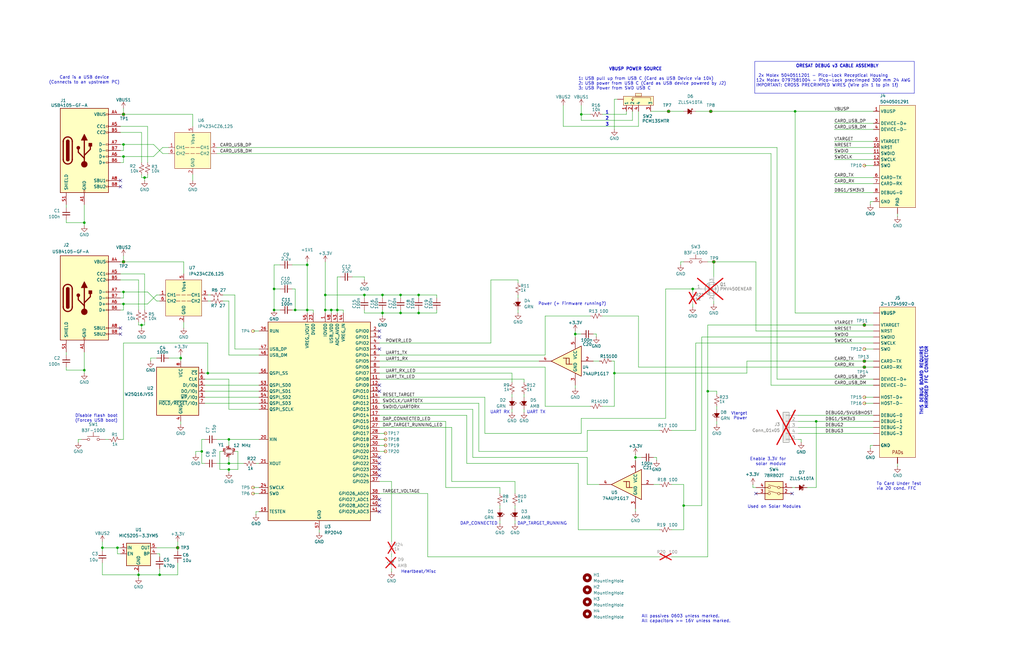
<source format=kicad_sch>
(kicad_sch (version 20250114) (generator "eeschema") (generator_version "9.0")
  (paper "B")
  (title_block (title "Card Debug Board") (date "2025-11-10") (rev "3.1") (company "Portland State Aerospace Society"))
  (rectangle (start 318.262 25.908) (end 385.572 39.37))
  (text "Enable 3.3V for\nsolar module" (at 331.47 196.596 0) (effects (font (size 1.27 1.27)) (justify right bottom)))
  (text "Disable flash boot\n(Forces USB boot)" (at 40.64 176.53 0) (effects (font (size 1.27 1.27))))
  (text "To Card Under Test\nvia 20 cond. FFC" (at 369.57 207.01 0) (effects (font (size 1.27 1.27)) (justify left bottom)))
  (text "Vtarget \nPower" (at 312.166 175.514 0) (effects (font (size 1.27 1.27))))
  (text " 2x Molex 5040511201 - Pico-Lock Receptical Housing\n12x Molex 0797581004 - Pico-Lock precrimped 300 mm 24 AWG\nIMPORTANT: CROSS PRECRIMPED WIRES (Wire pin 1 to pin 1!)" (at 318.77 36.83 0) (effects (font (size 1.27 1.27) (thickness 0.1588)) (justify left bottom)))
  (text "1" (at 256.032 47.498 0) (effects (font (size 1.27 1.27) (thickness 0.254) (bold yes))))
  (text "Power (+ Firmware running?)" (at 241.3 128.27 0) (effects (font (size 1.27 1.27))))
  (text "All passives 0603 unless marked.\nAll capacitors >= 16V unless marked." (at 270.51 262.89 0) (effects (font (size 1.27 1.27)) (justify left bottom)))
  (text "DAP_CONNECTED" (at 201.93 220.98 0) (effects (font (size 1.27 1.27))))
  (text "2" (at 256.032 50.038 0) (effects (font (size 1.27 1.27) (thickness 0.254) (bold yes))))
  (text "THIS DEBUG BOARD REQUIRES\nMIRRORED FFC CONNECTOR" (at 391.414 146.05 90) (effects (font (size 1.27 1.27) (thickness 0.254) (bold yes)) (justify right bottom)))
  (text "3" (at 256.032 52.578 0) (effects (font (size 1.27 1.27) (thickness 0.254) (bold yes))))
  (text "1: USB pull up from USB C (Card as USB Device via 10k)\n2: USB power from USB C (Card as USB device powered by J2)\n3: USB Power from SWD USB C" (at 243.84 38.1 0) (effects (font (size 1.27 1.27)) (justify left bottom)))
  (text "ORESAT DEBUG v3 CABLE ASSEMBLY" (at 353.06 27.94 0) (effects (font (size 1.27 1.27) (thickness 0.254) (bold yes))))
  (text "DAP_TARGET_RUNNING" (at 228.6 220.98 0) (effects (font (size 1.27 1.27))))
  (text "VBUSP POWER SOURCE" (at 267.97 29.21 0) (effects (font (size 1.27 1.27) (thickness 0.254) (bold yes))))
  (text "Card is a USB device\n(Connects to an upstream PC)\n" (at 35.56 35.56 0) (effects (font (size 1.27 1.27)) (justify bottom)))
  (text "Used on Solar Modules" (at 337.82 214.63 0) (effects (font (size 1.27 1.27)) (justify right bottom)))
  (text "Heartbeat/Misc" (at 176.53 241.3 0) (effects (font (size 1.27 1.27))))
  (text "UART TX\n" (at 226.06 173.99 0) (effects (font (size 1.27 1.27))))
  (text "UART RX" (at 210.82 173.99 0) (effects (font (size 1.27 1.27))))
  (junction (at 58.42 242.57))
  (junction (at 52.07 110.49))
  (junction (at 60.96 74.93))
  (junction (at 267.97 193.04))
  (junction (at 161.29 124.46))
  (junction (at 52.07 66.04))
  (junction (at 364.49 137.16))
  (junction (at 52.07 48.26))
  (junction (at 87.63 157.48))
  (junction (at 137.16 130.81))
  (junction (at 129.54 111.76))
  (junction (at 300.99 110.49))
  (junction (at 281.94 46.99))
  (junction (at 96.52 195.58))
  (junction (at 168.91 132.08))
  (junction (at 49.53 231.14))
  (junction (at 176.53 132.08))
  (junction (at 288.29 213.36))
  (junction (at 35.56 156.21))
  (junction (at 59.69 137.16))
  (junction (at 52.07 128.27))
  (junction (at 299.72 46.99))
  (junction (at 259.08 157.48))
  (junction (at 245.11 48.26))
  (junction (at 129.54 130.81))
  (junction (at 153.67 124.46))
  (junction (at 85.09 190.5))
  (junction (at 139.7 130.81))
  (junction (at 52.07 123.19))
  (junction (at 364.49 152.4))
  (junction (at 124.46 130.81))
  (junction (at 292.1 121.92))
  (junction (at 161.29 132.08))
  (junction (at 176.53 124.46))
  (junction (at 43.18 231.14))
  (junction (at 52.07 60.96))
  (junction (at 96.52 198.12))
  (junction (at 137.16 124.46))
  (junction (at 242.57 140.97))
  (junction (at 76.2 151.13))
  (junction (at 35.56 93.98))
  (junction (at 168.91 124.46))
  (junction (at 142.24 130.81))
  (junction (at 115.57 130.81))
  (junction (at 96.52 185.42))
  (junction (at 364.49 154.94))
  (junction (at 335.28 46.99))
  (junction (at 344.17 177.8))
  (junction (at 67.31 242.57))
  (junction (at 298.45 165.1))
  (junction (at 115.57 121.92))
  (junction (at 74.93 231.14))
  (no_connect (at 160.02 213.36))
  (no_connect (at 50.8 76.2))
  (no_connect (at 160.02 198.12))
  (no_connect (at 160.02 147.32))
  (no_connect (at 160.02 215.9))
  (no_connect (at 160.02 195.58))
  (no_connect (at 160.02 193.04))
  (no_connect (at 318.77 208.28))
  (no_connect (at 160.02 165.1))
  (no_connect (at 160.02 200.66))
  (no_connect (at 160.02 210.82))
  (no_connect (at 50.8 78.74))
  (no_connect (at 160.02 162.56))
  (no_connect (at 160.02 139.7))
  (no_connect (at 50.8 140.97))
  (no_connect (at 50.8 138.43))
  (no_connect (at 334.01 208.28))
  (no_connect (at 160.02 142.24))
  (wire (pts (xy 139.7 130.81) (xy 142.24 130.81)))
  (wire (pts (xy 91.44 195.58) (xy 96.52 195.58)))
  (wire (pts (xy 269.24 53.34) (xy 269.24 46.99)))
  (wire (pts (xy 220.98 166.37) (xy 220.98 167.64)))
  (wire (pts (xy 50.8 233.68) (xy 49.53 233.68)))
  (wire (pts (xy 50.8 123.19) (xy 52.07 123.19)))
  (wire (pts (xy 368.3 52.07) (xy 351.79 52.07)))
  (wire (pts (xy 267.97 191.77) (xy 267.97 193.04)))
  (wire (pts (xy 218.44 130.81) (xy 218.44 132.08)))
  (wire (pts (xy 217.17 213.36) (xy 217.17 214.63)))
  (wire (pts (xy 245.11 50.8) (xy 245.11 48.26)))
  (wire (pts (xy 242.57 140.97) (xy 242.57 142.24)))
  (wire (pts (xy 35.56 157.48) (xy 35.56 156.21)))
  (wire (pts (xy 99.06 190.5) (xy 100.33 190.5)))
  (wire (pts (xy 160.02 190.5) (xy 162.56 190.5)))
  (wire (pts (xy 52.07 48.26) (xy 81.28 48.26)))
  (wire (pts (xy 92.71 198.12) (xy 96.52 198.12)))
  (wire (pts (xy 196.85 195.58) (xy 196.85 175.26)))
  (wire (pts (xy 278.13 223.52) (xy 243.84 223.52)))
  (wire (pts (xy 35.56 148.59) (xy 35.56 156.21)))
  (wire (pts (xy 86.36 195.58) (xy 85.09 195.58)))
  (wire (pts (xy 237.49 44.45) (xy 237.49 53.34)))
  (wire (pts (xy 50.8 115.57) (xy 60.96 115.57)))
  (wire (pts (xy 242.57 139.7) (xy 242.57 140.97)))
  (wire (pts (xy 367.03 85.09) (xy 367.03 86.36)))
  (wire (pts (xy 215.9 166.37) (xy 215.9 167.64)))
  (wire (pts (xy 74.93 237.49) (xy 74.93 242.57)))
  (wire (pts (xy 58.42 118.11) (xy 58.42 130.81)))
  (wire (pts (xy 176.53 124.46) (xy 176.53 125.73)))
  (wire (pts (xy 59.69 74.93) (xy 60.96 74.93)))
  (wire (pts (xy 210.82 213.36) (xy 210.82 214.63)))
  (wire (pts (xy 71.12 62.23) (xy 68.58 62.23)))
  (wire (pts (xy 335.28 132.08) (xy 368.3 132.08)))
  (wire (pts (xy 59.69 55.88) (xy 59.69 68.58)))
  (wire (pts (xy 215.9 172.72) (xy 215.9 173.99)))
  (wire (pts (xy 91.44 62.23) (xy 327.66 62.23)))
  (wire (pts (xy 27.94 148.59) (xy 27.94 149.86)))
  (wire (pts (xy 96.52 185.42) (xy 109.22 185.42)))
  (wire (pts (xy 63.5 151.13) (xy 66.04 151.13)))
  (wire (pts (xy 168.91 132.08) (xy 161.29 132.08)))
  (wire (pts (xy 378.46 195.58) (xy 378.46 196.85)))
  (wire (pts (xy 27.94 92.71) (xy 27.94 93.98)))
  (wire (pts (xy 259.08 41.91) (xy 260.35 41.91)))
  (wire (pts (xy 327.66 160.02) (xy 368.3 160.02)))
  (wire (pts (xy 364.49 170.18) (xy 368.3 170.18)))
  (wire (pts (xy 165.1 203.2) (xy 165.1 228.6)))
  (wire (pts (xy 137.16 130.81) (xy 139.7 130.81)))
  (wire (pts (xy 220.98 160.02) (xy 220.98 161.29)))
  (wire (pts (xy 49.53 231.14) (xy 50.8 231.14)))
  (wire (pts (xy 254 133.35) (xy 269.24 133.35)))
  (wire (pts (xy 161.29 124.46) (xy 168.91 124.46)))
  (wire (pts (xy 44.45 185.42) (xy 45.72 185.42)))
  (wire (pts (xy 292.1 121.92) (xy 280.67 121.92)))
  (wire (pts (xy 52.07 128.27) (xy 62.23 128.27)))
  (wire (pts (xy 137.16 110.49) (xy 137.16 124.46)))
  (wire (pts (xy 67.31 240.03) (xy 67.31 242.57)))
  (wire (pts (xy 76.2 177.8) (xy 76.2 179.07)))
  (wire (pts (xy 344.17 177.8) (xy 368.3 177.8)))
  (wire (pts (xy 64.77 66.04) (xy 68.58 62.23)))
  (wire (pts (xy 66.04 231.14) (xy 74.93 231.14)))
  (wire (pts (xy 300.99 110.49) (xy 300.99 116.84)))
  (wire (pts (xy 283.21 204.47) (xy 288.29 204.47)))
  (wire (pts (xy 302.26 166.37) (xy 302.26 165.1)))
  (wire (pts (xy 96.52 193.04) (xy 96.52 195.58)))
  (wire (pts (xy 218.44 118.11) (xy 218.44 119.38)))
  (wire (pts (xy 335.28 46.99) (xy 368.3 46.99)))
  (wire (pts (xy 132.08 130.81) (xy 129.54 130.81)))
  (wire (pts (xy 132.08 132.08) (xy 132.08 130.81)))
  (wire (pts (xy 334.01 205.74) (xy 335.28 205.74)))
  (wire (pts (xy 336.55 180.34) (xy 368.3 180.34)))
  (wire (pts (xy 106.68 139.7) (xy 109.22 139.7)))
  (wire (pts (xy 160.02 152.4) (xy 227.33 152.4)))
  (wire (pts (xy 124.46 130.81) (xy 129.54 130.81)))
  (wire (pts (xy 142.24 130.81) (xy 144.78 130.81)))
  (wire (pts (xy 264.16 48.26) (xy 264.16 46.99)))
  (wire (pts (xy 298.45 165.1) (xy 298.45 234.95)))
  (wire (pts (xy 237.49 53.34) (xy 269.24 53.34)))
  (wire (pts (xy 288.29 110.49) (xy 287.02 110.49)))
  (wire (pts (xy 85.09 190.5) (xy 85.09 195.58)))
  (wire (pts (xy 287.02 110.49) (xy 287.02 111.76)))
  (wire (pts (xy 52.07 48.26) (xy 50.8 48.26)))
  (wire (pts (xy 52.07 107.95) (xy 52.07 110.49)))
  (wire (pts (xy 142.24 116.84) (xy 143.51 116.84)))
  (wire (pts (xy 118.11 121.92) (xy 115.57 121.92)))
  (wire (pts (xy 184.15 124.46) (xy 184.15 125.73)))
  (wire (pts (xy 106.68 208.28) (xy 109.22 208.28)))
  (wire (pts (xy 161.29 130.81) (xy 161.29 132.08)))
  (wire (pts (xy 229.87 154.94) (xy 229.87 171.45)))
  (wire (pts (xy 43.18 231.14) (xy 43.18 232.41)))
  (wire (pts (xy 58.42 242.57) (xy 67.31 242.57)))
  (wire (pts (xy 66.04 127) (xy 67.31 127)))
  (wire (pts (xy 288.29 213.36) (xy 288.29 223.52)))
  (wire (pts (xy 165.1 233.68) (xy 165.1 234.95)))
  (wire (pts (xy 52.07 110.49) (xy 77.47 110.49)))
  (wire (pts (xy 153.67 132.08) (xy 161.29 132.08)))
  (wire (pts (xy 81.28 48.26) (xy 81.28 53.34)))
  (wire (pts (xy 62.23 53.34) (xy 62.23 68.58)))
  (wire (pts (xy 368.3 67.31) (xy 351.79 67.31)))
  (wire (pts (xy 281.94 46.99) (xy 274.32 46.99)))
  (wire (pts (xy 52.07 125.73) (xy 52.07 123.19)))
  (wire (pts (xy 129.54 111.76) (xy 129.54 110.49)))
  (wire (pts (xy 96.52 160.02) (xy 96.52 172.72)))
  (wire (pts (xy 91.44 64.77) (xy 325.12 64.77)))
  (wire (pts (xy 100.33 198.12) (xy 96.52 198.12)))
  (wire (pts (xy 292.1 121.92) (xy 292.1 123.19)))
  (wire (pts (xy 96.52 127) (xy 96.52 149.86)))
  (wire (pts (xy 91.44 185.42) (xy 96.52 185.42)))
  (wire (pts (xy 298.45 137.16) (xy 364.49 137.16)))
  (wire (pts (xy 378.46 90.17) (xy 378.46 91.44)))
  (wire (pts (xy 62.23 73.66) (xy 62.23 74.93)))
  (wire (pts (xy 77.47 110.49) (xy 77.47 115.57)))
  (wire (pts (xy 76.2 149.86) (xy 76.2 151.13)))
  (wire (pts (xy 58.42 241.3) (xy 58.42 242.57)))
  (wire (pts (xy 293.37 121.92) (xy 292.1 121.92)))
  (wire (pts (xy 67.31 234.95) (xy 67.31 233.68)))
  (wire (pts (xy 364.49 154.94) (xy 368.3 154.94)))
  (wire (pts (xy 288.29 204.47) (xy 288.29 213.36)))
  (wire (pts (xy 295.91 142.24) (xy 295.91 213.36)))
  (wire (pts (xy 247.65 190.5) (xy 201.93 190.5)))
  (wire (pts (xy 293.37 181.61) (xy 283.21 181.61)))
  (wire (pts (xy 190.5 203.2) (xy 217.17 203.2)))
  (wire (pts (xy 43.18 242.57) (xy 58.42 242.57)))
  (wire (pts (xy 96.52 127) (xy 93.98 127)))
  (wire (pts (xy 123.19 130.81) (xy 124.46 130.81)))
  (wire (pts (xy 85.09 185.42) (xy 85.09 190.5)))
  (wire (pts (xy 50.8 128.27) (xy 52.07 128.27)))
  (wire (pts (xy 99.06 147.32) (xy 99.06 124.46)))
  (wire (pts (xy 266.7 46.99) (xy 266.7 50.8)))
  (wire (pts (xy 60.96 74.93) (xy 60.96 76.2)))
  (wire (pts (xy 267.97 193.04) (xy 270.51 193.04)))
  (wire (pts (xy 160.02 172.72) (xy 199.39 172.72)))
  (wire (pts (xy 86.36 167.64) (xy 109.22 167.64)))
  (wire (pts (xy 207.01 118.11) (xy 218.44 118.11)))
  (wire (pts (xy 107.95 217.17) (xy 107.95 215.9)))
  (wire (pts (xy 50.8 130.81) (xy 52.07 130.81)))
  (wire (pts (xy 52.07 144.78) (xy 87.63 144.78)))
  (wire (pts (xy 123.19 111.76) (xy 129.54 111.76)))
  (wire (pts (xy 176.53 130.81) (xy 176.53 132.08)))
  (wire (pts (xy 335.28 46.99) (xy 335.28 132.08)))
  (wire (pts (xy 229.87 149.86) (xy 229.87 133.35)))
  (wire (pts (xy 190.5 180.34) (xy 160.02 180.34)))
  (wire (pts (xy 242.57 162.56) (xy 242.57 163.83)))
  (wire (pts (xy 176.53 132.08) (xy 168.91 132.08)))
  (wire (pts (xy 176.53 124.46) (xy 184.15 124.46)))
  (wire (pts (xy 139.7 130.81) (xy 139.7 132.08)))
  (wire (pts (xy 259.08 152.4) (xy 259.08 157.48)))
  (wire (pts (xy 107.95 215.9) (xy 109.22 215.9)))
  (wire (pts (xy 276.86 193.04) (xy 276.86 194.31)))
  (wire (pts (xy 245.11 48.26) (xy 248.92 48.26)))
  (wire (pts (xy 142.24 130.81) (xy 142.24 132.08)))
  (wire (pts (xy 33.02 186.69) (xy 33.02 185.42)))
  (wire (pts (xy 292.1 128.27) (xy 292.1 129.54)))
  (wire (pts (xy 299.72 46.99) (xy 293.37 46.99)))
  (wire (pts (xy 43.18 231.14) (xy 49.53 231.14)))
  (wire (pts (xy 86.36 157.48) (xy 87.63 157.48)))
  (wire (pts (xy 160.02 170.18) (xy 201.93 170.18)))
  (wire (pts (xy 153.67 116.84) (xy 153.67 118.11)))
  (wire (pts (xy 199.39 193.04) (xy 247.65 193.04)))
  (wire (pts (xy 247.65 190.5) (xy 247.65 181.61)))
  (wire (pts (xy 129.54 111.76) (xy 129.54 130.81)))
  (wire (pts (xy 74.93 228.6) (xy 74.93 231.14)))
  (wire (pts (xy 247.65 181.61) (xy 278.13 181.61)))
  (wire (pts (xy 217.17 203.2) (xy 217.17 208.28)))
  (wire (pts (xy 52.07 144.78) (xy 52.07 185.42)))
  (wire (pts (xy 137.16 132.08) (xy 137.16 130.81)))
  (wire (pts (xy 364.49 137.16) (xy 368.3 137.16)))
  (wire (pts (xy 325.12 162.56) (xy 368.3 162.56)))
  (wire (pts (xy 86.36 162.56) (xy 109.22 162.56)))
  (wire (pts (xy 82.55 190.5) (xy 82.55 191.77)))
  (wire (pts (xy 184.15 132.08) (xy 176.53 132.08)))
  (wire (pts (xy 52.07 123.19) (xy 62.23 123.19)))
  (wire (pts (xy 210.82 205.74) (xy 210.82 208.28)))
  (wire (pts (xy 299.72 46.99) (xy 335.28 46.99)))
  (wire (pts (xy 302.26 165.1) (xy 298.45 165.1)))
  (wire (pts (xy 76.2 151.13) (xy 76.2 152.4)))
  (wire (pts (xy 96.52 149.86) (xy 109.22 149.86)))
  (wire (pts (xy 52.07 66.04) (xy 64.77 66.04)))
  (wire (pts (xy 59.69 73.66) (xy 59.69 74.93)))
  (wire (pts (xy 187.96 177.8) (xy 160.02 177.8)))
  (wire (pts (xy 86.36 185.42) (xy 85.09 185.42)))
  (wire (pts (xy 160.02 187.96) (xy 162.56 187.96)))
  (wire (pts (xy 207.01 118.11) (xy 207.01 144.78)))
  (wire (pts (xy 100.33 190.5) (xy 100.33 198.12)))
  (wire (pts (xy 250.19 152.4) (xy 252.73 152.4)))
  (wire (pts (xy 134.62 223.52) (xy 134.62 224.79)))
  (wire (pts (xy 199.39 172.72) (xy 199.39 193.04)))
  (wire (pts (xy 336.55 175.26) (xy 368.3 175.26)))
  (wire (pts (xy 184.15 130.81) (xy 184.15 132.08)))
  (wire (pts (xy 96.52 198.12) (xy 96.52 199.39)))
  (wire (pts (xy 302.26 171.45) (xy 302.26 172.72)))
  (wire (pts (xy 204.47 167.64) (xy 160.02 167.64)))
  (wire (pts (xy 27.94 154.94) (xy 27.94 156.21)))
  (wire (pts (xy 190.5 180.34) (xy 190.5 203.2)))
  (wire (pts (xy 259.08 171.45) (xy 254 171.45)))
  (wire (pts (xy 71.12 64.77) (xy 68.58 64.77)))
  (wire (pts (xy 137.16 124.46) (xy 153.67 124.46)))
  (wire (pts (xy 250.19 140.97) (xy 251.46 140.97)))
  (wire (pts (xy 160.02 175.26) (xy 196.85 175.26)))
  (wire (pts (xy 168.91 130.81) (xy 168.91 132.08)))
  (wire (pts (xy 115.57 121.92) (xy 115.57 130.81)))
  (wire (pts (xy 50.8 60.96) (xy 52.07 60.96)))
  (wire (pts (xy 82.55 190.5) (xy 85.09 190.5)))
  (wire (pts (xy 187.96 205.74) (xy 210.82 205.74)))
  (wire (pts (xy 160.02 185.42) (xy 162.56 185.42)))
  (wire (pts (xy 115.57 130.81) (xy 118.11 130.81)))
  (wire (pts (xy 96.52 172.72) (xy 109.22 172.72)))
  (wire (pts (xy 106.68 205.74) (xy 109.22 205.74)))
  (wire (pts (xy 50.8 110.49) (xy 52.07 110.49)))
  (wire (pts (xy 364.49 147.32) (xy 368.3 147.32)))
  (wire (pts (xy 52.07 66.04) (xy 52.07 68.58)))
  (wire (pts (xy 50.8 66.04) (xy 52.07 66.04)))
  (wire (pts (xy 275.59 193.04) (xy 276.86 193.04)))
  (wire (pts (xy 62.23 128.27) (xy 66.04 124.46)))
  (wire (pts (xy 259.08 41.91) (xy 259.08 54.61)))
  (wire (pts (xy 43.18 237.49) (xy 43.18 242.57)))
  (wire (pts (xy 52.07 60.96) (xy 64.77 60.96)))
  (wire (pts (xy 281.94 46.99) (xy 288.29 46.99)))
  (wire (pts (xy 92.71 190.5) (xy 92.71 198.12)))
  (wire (pts (xy 27.94 156.21) (xy 35.56 156.21)))
  (wire (pts (xy 278.13 234.95) (xy 180.34 234.95)))
  (wire (pts (xy 220.98 172.72) (xy 220.98 173.99)))
  (wire (pts (xy 124.46 121.92) (xy 124.46 130.81)))
  (wire (pts (xy 242.57 140.97) (xy 245.11 140.97)))
  (wire (pts (xy 71.12 151.13) (xy 76.2 151.13)))
  (wire (pts (xy 60.96 135.89) (xy 60.96 137.16)))
  (wire (pts (xy 96.52 195.58) (xy 102.87 195.58)))
  (wire (pts (xy 337.82 185.42) (xy 337.82 186.69)))
  (wire (pts (xy 368.3 81.28) (xy 351.79 81.28)))
  (wire (pts (xy 298.45 137.16) (xy 298.45 165.1)))
  (wire (pts (xy 344.17 205.74) (xy 340.36 205.74)))
  (wire (pts (xy 161.29 133.35) (xy 161.29 132.08)))
  (wire (pts (xy 87.63 124.46) (xy 88.9 124.46)))
  (wire (pts (xy 58.42 135.89) (xy 58.42 137.16)))
  (wire (pts (xy 160.02 157.48) (xy 215.9 157.48)))
  (wire (pts (xy 86.36 165.1) (xy 109.22 165.1)))
  (wire (pts (xy 93.98 190.5) (xy 92.71 190.5)))
  (wire (pts (xy 251.46 140.97) (xy 251.46 142.24)))
  (wire (pts (xy 35.56 93.98) (xy 35.56 95.25)))
  (wire (pts (xy 217.17 219.71) (xy 217.17 220.98)))
  (wire (pts (xy 314.96 152.4) (xy 314.96 157.48)))
  (wire (pts (xy 160.02 154.94) (xy 229.87 154.94)))
  (wire (pts (xy 247.65 204.47) (xy 252.73 204.47)))
  (wire (pts (xy 187.96 177.8) (xy 187.96 205.74)))
  (wire (pts (xy 87.63 127) (xy 88.9 127)))
  (wire (pts (xy 351.79 77.47) (xy 368.3 77.47)))
  (wire (pts (xy 153.67 124.46) (xy 153.67 125.73)))
  (wire (pts (xy 318.77 139.7) (xy 368.3 139.7)))
  (wire (pts (xy 74.93 242.57) (xy 67.31 242.57)))
  (wire (pts (xy 215.9 157.48) (xy 215.9 161.29)))
  (wire (pts (xy 351.79 74.93) (xy 368.3 74.93)))
  (wire (pts (xy 318.77 110.49) (xy 318.77 139.7)))
  (wire (pts (xy 86.36 160.02) (xy 96.52 160.02)))
  (wire (pts (xy 336.55 182.88) (xy 368.3 182.88)))
  (wire (pts (xy 60.96 115.57) (xy 60.96 130.81)))
  (wire (pts (xy 351.79 54.61) (xy 368.3 54.61)))
  (wire (pts (xy 344.17 177.8) (xy 336.55 177.8)))
  (wire (pts (xy 325.12 64.77) (xy 325.12 162.56)))
  (wire (pts (xy 50.8 118.11) (xy 58.42 118.11)))
  (wire (pts (xy 107.95 195.58) (xy 109.22 195.58)))
  (wire (pts (xy 43.18 228.6) (xy 43.18 231.14)))
  (wire (pts (xy 81.28 73.66) (xy 81.28 76.2)))
  (wire (pts (xy 33.02 185.42) (xy 34.29 185.42)))
  (wire (pts (xy 180.34 234.95) (xy 180.34 208.28)))
  (wire (pts (xy 68.58 64.77) (xy 64.77 60.96)))
  (wire (pts (xy 50.8 53.34) (xy 62.23 53.34)))
  (wire (pts (xy 275.59 204.47) (xy 278.13 204.47)))
  (wire (pts (xy 87.63 157.48) (xy 87.63 144.78)))
  (wire (pts (xy 300.99 110.49) (xy 318.77 110.49)))
  (wire (pts (xy 115.57 111.76) (xy 115.57 121.92)))
  (wire (pts (xy 280.67 121.92) (xy 280.67 176.53)))
  (wire (pts (xy 368.3 187.96) (xy 367.03 187.96)))
  (wire (pts (xy 49.53 231.14) (xy 49.53 233.68)))
  (wire (pts (xy 77.47 135.89) (xy 77.47 138.43)))
  (wire (pts (xy 60.96 74.93) (xy 62.23 74.93)))
  (wire (pts (xy 300.99 127) (xy 300.99 128.27)))
  (wire (pts (xy 368.3 85.09) (xy 367.03 85.09)))
  (wire (pts (xy 87.63 157.48) (xy 109.22 157.48)))
  (wire (pts (xy 27.94 86.36) (xy 27.94 87.63)))
  (wire (pts (xy 144.78 130.81) (xy 144.78 132.08)))
  (wire (pts (xy 62.23 123.19) (xy 66.04 127)))
  (wire (pts (xy 218.44 124.46) (xy 218.44 125.73)))
  (wire (pts (xy 210.82 219.71) (xy 210.82 220.98)))
  (wire (pts (xy 327.66 62.23) (xy 327.66 160.02)))
  (wire (pts (xy 293.37 144.78) (xy 293.37 181.61)))
  (wire (pts (xy 99.06 147.32) (xy 109.22 147.32)))
  (wire (pts (xy 364.49 167.64) (xy 368.3 167.64)))
  (wire (pts (xy 180.34 208.28) (xy 160.02 208.28)))
  (wire (pts (xy 247.65 193.04) (xy 247.65 204.47)))
  (wire (pts (xy 137.16 130.81) (xy 137.16 124.46)))
  (wire (pts (xy 351.79 62.23) (xy 368.3 62.23)))
  (wire (pts (xy 254 48.26) (xy 264.16 48.26)))
  (wire (pts (xy 142.24 130.81) (xy 142.24 116.84)))
  (wire (pts (xy 351.79 59.69) (xy 368.3 59.69)))
  (wire (pts (xy 269.24 154.94) (xy 364.49 154.94)))
  (wire (pts (xy 229.87 133.35) (xy 248.92 133.35)))
  (wire (pts (xy 207.01 144.78) (xy 160.02 144.78)))
  (wire (pts (xy 161.29 124.46) (xy 161.29 125.73)))
  (wire (pts (xy 267.97 214.63) (xy 267.97 215.9)))
  (wire (pts (xy 295.91 213.36) (xy 288.29 213.36)))
  (wire (pts (xy 165.1 240.03) (xy 165.1 241.3)))
  (wire (pts (xy 245.11 182.88) (xy 204.47 182.88)))
  (wire (pts (xy 344.17 177.8) (xy 344.17 205.74)))
  (wire (pts (xy 204.47 182.88) (xy 204.47 167.64)))
  (wire (pts (xy 259.08 157.48) (xy 314.96 157.48)))
  (wire (pts (xy 243.84 195.58) (xy 196.85 195.58)))
  (wire (pts (xy 368.3 152.4) (xy 364.49 152.4)))
  (wire (pts (xy 50.8 125.73) (xy 52.07 125.73)))
  (wire (pts (xy 59.69 137.16) (xy 59.69 138.43)))
  (wire (pts (xy 58.42 137.16) (xy 59.69 137.16)))
  (wire (pts (xy 52.07 130.81) (xy 52.07 128.27)))
  (wire (pts (xy 288.29 223.52) (xy 283.21 223.52)))
  (wire (pts (xy 280.67 176.53) (xy 245.11 176.53)))
  (wire (pts (xy 295.91 142.24) (xy 368.3 142.24)))
  (wire (pts (xy 160.02 182.88) (xy 162.56 182.88)))
  (wire (pts (xy 93.98 124.46) (xy 99.06 124.46)))
  (wire (pts (xy 58.42 242.57) (xy 58.42 243.84)))
  (wire (pts (xy 257.81 152.4) (xy 259.08 152.4)))
  (wire (pts (xy 52.07 45.72) (xy 52.07 48.26)))
  (wire (pts (xy 66.04 124.46) (xy 67.31 124.46)))
  (wire (pts (xy 153.67 124.46) (xy 161.29 124.46)))
  (wire (pts (xy 74.93 231.14) (xy 74.93 232.41)))
  (wire (pts (xy 27.94 93.98) (xy 35.56 93.98)))
  (wire (pts (xy 129.54 130.81) (xy 129.54 132.08)))
  (wire (pts (xy 160.02 149.86) (xy 229.87 149.86)))
  (wire (pts (xy 153.67 130.81) (xy 153.67 132.08)))
  (wire (pts (xy 293.37 144.78) (xy 368.3 144.78)))
  (wire (pts (xy 50.8 68.58) (xy 52.07 68.58)))
  (wire (pts (xy 243.84 223.52) (xy 243.84 195.58)))
  (wire (pts (xy 118.11 111.76) (xy 115.57 111.76)))
  (wire (pts (xy 364.49 69.85) (xy 368.3 69.85)))
  (wire (pts (xy 52.07 185.42) (xy 50.8 185.42)))
  (wire (pts (xy 229.87 171.45) (xy 248.92 171.45)))
  (wire (pts (xy 266.7 50.8) (xy 245.11 50.8)))
  (wire (pts (xy 148.59 116.84) (xy 153.67 116.84)))
  (wire (pts (xy 245.11 176.53) (xy 245.11 182.88)))
  (wire (pts (xy 259.08 157.48) (xy 259.08 171.45)))
  (wire (pts (xy 66.04 233.68) (xy 67.31 233.68)))
  (wire (pts (xy 317.5 204.47) (xy 317.5 205.74)))
  (wire (pts (xy 367.03 187.96) (xy 367.03 189.23)))
  (wire (pts (xy 314.96 152.4) (xy 364.49 152.4)))
  (wire (pts (xy 298.45 234.95) (xy 283.21 234.95)))
  (wire (pts (xy 160.02 160.02) (xy 220.98 160.02)))
  (wire (pts (xy 267.97 193.04) (xy 267.97 194.31)))
  (wire (pts (xy 63.5 152.4) (xy 63.5 151.13)))
  (wire (pts (xy 368.3 64.77) (xy 351.79 64.77)))
  (wire (pts (xy 317.5 205.74) (xy 318.77 205.74)))
  (wire (pts (xy 59.69 137.16) (xy 60.96 137.16)))
  (wire (pts (xy 35.56 86.36) (xy 35.56 93.98)))
  (wire (pts (xy 245.11 44.45) (xy 245.11 48.26)))
  (wire (pts (xy 168.91 124.46) (xy 168.91 125.73)))
  (wire (pts (xy 168.91 124.46) (xy 176.53 124.46)))
  (wire (pts (xy 50.8 55.88) (xy 59.69 55.88)))
  (wire (pts (xy 160.02 203.2) (xy 165.1 203.2)))
  (wire (pts (xy 336.55 185.42) (xy 337.82 185.42)))
  (wire (pts (xy 269.24 133.35) (xy 269.24 154.94)))
  (wire (pts (xy 201.93 190.5) (xy 201.93 170.18)))
  (wire (pts (xy 298.45 110.49) (xy 300.99 110.49)))
  (wire (pts (xy 123.19 121.92) (xy 124.46 121.92)))
  (wire (pts (xy 52.07 60.96) (xy 52.07 63.5)))
  (wire (pts (xy 302.26 177.8) (xy 302.26 179.07)))
  (wire (pts (xy 96.52 185.42) (xy 96.52 187.96)))
  (wire (pts (xy 50.8 63.5) (xy 52.07 63.5)))
  (wire (pts (xy 86.36 170.18) (xy 109.22 170.18)))
  (label "UART_TX_LED" (at 162.56 160.02 0))
  (label "SWDIO" (at 351.79 142.24 0))
  (label "CARD_RX" (at 351.79 77.47 0))
  (label "DEBUG2" (at 347.98 180.34 0))
  (label "VTARGET" (at 351.79 59.69 0))
  (label "CARD_USB_DP" (at 351.79 52.07 0))
  (label "CARD_TX" (at 351.79 74.93 0))
  (label "SWDCLK{slash}UART0TX" (at 161.29 170.18 0))
  (label "DBG1{slash}SM3V3" (at 347.98 177.8 0))
  (label "SWDCLK" (at 351.79 67.31 0))
  (label "CARD_RX" (at 351.79 154.94 0))
  (label "VBUSP" (at 351.79 46.99 0))
  (label "CARD_USB_DM" (at 351.79 162.56 0))
  (label "SWDCLK" (at 351.79 144.78 0))
  (label "DAP_CONNECTED_LED" (at 161.29 177.8 0))
  (label "SWDIO{slash}UART0RX" (at 161.29 172.72 0))
  (label "SWDIO" (at 351.79 64.77 0))
  (label "DEBUG3" (at 347.98 182.88 0))
  (label "UART_RX_LED" (at 162.56 157.48 0))
  (label "UART1_RX" (at 162.56 152.4 0))
  (label "NRESET" (at 351.79 62.23 0))
  (label "DEBUG0{slash}5VUSBHOST" (at 347.98 175.26 0))
  (label "POWER_LED" (at 162.56 144.78 0))
  (label "VTARGET" (at 351.79 137.16 0))
  (label "CARD_TX" (at 351.79 152.4 0))
  (label "CARD_USB_DP" (at 92.71 62.23 0))
  (label "UART1_TX" (at 162.56 149.86 0))
  (label "RESET_TARGET" (at 161.29 167.64 0))
  (label "CARD_USB_DM" (at 351.79 54.61 0))
  (label "CARD_USB_DP" (at 351.79 160.02 0))
  (label "DBG1{slash}SM3V3" (at 351.79 81.28 0))
  (label "CARD_USB_DM" (at 92.71 64.77 0))
  (label "TARGET_VOLTAGE" (at 161.29 208.28 0))
  (label "NRESET" (at 351.79 139.7 0))
  (label "DAP_TARGET_RUNNING_LED" (at 161.29 180.34 0))
  (symbol (lib_id "Device:R_Small_US") (at 59.69 71.12 0) (unit 1)
    (property "Reference" "R2" (at 54.61 70.104 0) (effects (justify left)))
    (property "Value" "10k" (at 54.864 72.136 0) (effects (justify left)))
    (property "Footprint" "oresat-passives:0603-C-NOSILK" (effects (hide yes)))
    (property "Datasheet" "https://www.seielect.com/catalog/SEI-RMCF_RMCP.pdf" (effects (hide yes)))
    (property "Description" "10 kOhms ±1% 0.1W, 1/10W Chip Resistor 0603 (1608 Metric) Automotive AEC-Q200 Thick Film" (effects (hide yes)))
    (property "DIS" "DigiKey" (effects (hide yes)))
    (property "DPN" "RMCF0603FT10K0CT-ND" (effects (hide yes)))
    (property "MFR" "Stackpole Electronics Inc" (effects (hide yes)))
    (property "MPN" "RMCF0603FT10K0" (effects (hide yes)))
  )
  (symbol (lib_id "Device:C_Small") (at 68.58 151.13 90) (unit 1)
    (property "Reference" "C4" (at 68.58 146.812 90))
    (property "Value" "100n" (at 68.58 148.59 90))
    (property "Footprint" "oresat-passives:0603-C-NOSILK" (effects (hide yes)))
    (property "Datasheet" "https://mm.digikey.com/Volume0/opasdata/d220001/medias/docus/1068/TMK107BJ104KAHT_SS.pdf" (effects (hide yes)))
    (property "Description" "100 nF (0.1µF) ±10% 25V Ceramic Capacitor X5R 0603 (1608 Metric)" (effects (hide yes)))
    (property "DIS" "DigiKey" (effects (hide yes)))
    (property "DPN" "587-3472-1-ND" (effects (hide yes)))
    (property "MFR" "Taiyo Yuden" (effects (hide yes)))
    (property "MPN" "TMK107BJ104KAHT" (effects (hide yes)))
  )
  (symbol (lib_id "Device:LED_Small_Filled") (at 302.26 175.26 90) (unit 1)
    (property "Reference" "D8" (at 303.784 173.99 90) (effects (justify right)))
    (property "Value" "GRN" (at 303.784 176.53 90) (effects (justify right)))
    (property "Footprint" "LED_SMD:LED_0603_1608Metric" (effects (hide yes)))
    (property "Datasheet" "https://www.we-online.com/components/products/datasheet/150060GS75020.pdf" (effects (hide yes)))
    (property "Description" "Green 525nm LED Indication - Discrete 3.2V 0603 (1608 Metric)" (effects (hide yes)))
    (property "Sim.Pins" "1=K 2=A" (effects (hide yes)))
    (property "DIS" "DigiKey" (effects (hide yes)))
    (property "DPN" "732-150060GS75020CT-ND" (effects (hide yes)))
    (property "MFR" "Wurth" (effects (hide yes)))
    (property "MPN" "150060GS75020" (effects (hide yes)))
  )
  (symbol (lib_id "Switch:SW_Push") (at 293.37 110.49 0) (unit 1)
    (property "Reference" "SW3" (at 293.37 104.14 0))
    (property "Value" "B3F-1000" (at 293.37 106.68 0))
    (property "Footprint" "Button_Switch_THT:SW_PUSH_6mm" (effects (hide yes)))
    (property "Datasheet" "https://omronfs.omron.com/en_US/ecb/products/pdf/en-b3f.pdf" (effects (hide yes)))
    (property "Description" "Tactile Switch SPST-NO Top Actuated Through Hole" (effects (hide yes)))
    (property "MPN" "B3F-1000" (effects (hide yes)))
    (property "MFR" "Omron Electronics" (effects (hide yes)))
    (property "DIS" "DigiKey" (effects (hide yes)))
    (property "DPN" "SW400-ND" (effects (hide yes)))
  )
  (symbol (lib_id "power:GND") (at 153.67 118.11 0) (unit 1)
    (property "Reference" "#PWR018" (effects (hide yes)))
    (property "Value" "GND" (at 153.67 121.92 0))
    (property "Description" "Power symbol creates a global label with name \"GND\" , ground" (effects (hide yes)))
  )
  (symbol (lib_id "power:GND") (at 378.46 196.85 0) (mirror y) (unit 1)
    (property "Reference" "#PWR039" (effects (hide yes)))
    (property "Value" "GND" (at 378.46 200.66 0))
    (property "Description" "Power symbol creates a global label with name \"GND\" , ground" (effects (hide yes)))
  )
  (symbol (lib_id "Device:C_Small") (at 43.18 234.95 0) (mirror y) (unit 1)
    (property "Reference" "C3" (at 41.402 233.68 0) (effects (justify left)))
    (property "Value" "10u" (at 41.402 236.22 0) (effects (justify left)))
    (property "Footprint" "oresat-passives:0805-C-NOSILK" (effects (hide yes)))
    (property "Datasheet" "https://search.murata.co.jp/Ceramy/image/img/A01X/G101/ENG/GRT21BC71E106KE13-01.pdf" (effects (hide yes)))
    (property "Description" "10 µF ±10% 25V Ceramic Capacitor X7S 0805 (2012 Metric)" (effects (hide yes)))
    (property "DIS" "DIgiKey" (effects (hide yes)))
    (property "DPN" "490-GRT21BC71E106KE13LCT-ND" (effects (hide yes)))
    (property "MFR" "Murata Electronics" (effects (hide yes)))
    (property "MPN" "GRT21BC71E106KE13L" (effects (hide yes)))
  )
  (symbol (lib_id "Device:LED_Small_Filled") (at 165.1 237.49 90) (unit 1) (dnp yes)
    (property "Reference" "D9" (at 167.64 236.1564 90) (effects (justify right)))
    (property "Value" "AMB" (at 167.64 238.6964 90) (effects (justify right)))
    (property "Footprint" "LED_SMD:LED_0603_1608Metric" (effects (hide yes)))
    (property "Description" "Light emitting diode, small symbol, filled shape" (effects (hide yes)))
    (property "Sim.Pins" "1=K 2=A" (effects (hide yes)))
  )
  (symbol (lib_id "oresat-misc:TestPoint-MinTH") (at 364.49 154.94 0) (mirror y) (unit 1) (in_bom no)
    (property "Reference" "TP14" (at 366.268 156.972 0) (effects (justify left)))
    (property "Value" "TestPoint-MinTH" (effects (hide yes)))
    (property "Footprint" "oresat-misc:TestPoint-MinTH" (effects (hide yes)))
  )
  (symbol (lib_id "Device:D_Schottky_Small_Filled") (at 290.83 46.99 0) (mirror y) (unit 1)
    (property "Reference" "D6" (at 291.084 40.64 0))
    (property "Value" "ZLLS410TA" (at 291.084 43.18 0))
    (property "Footprint" "Diode_SMD:D_SOD-323" (effects (hide yes)))
    (property "Datasheet" "https://www.diodes.com/assets/Datasheets/ZLLS410.pdf" (effects (hide yes)))
    (property "Description" "Diode 10 V 750mA Surface Mount SOD-323" (effects (hide yes)))
    (property "MPN" "ZLLS410TA" (effects (hide yes)))
    (property "MFR" "Diodes Inc" (effects (hide yes)))
    (property "DIS" "DigiKey" (effects (hide yes)))
    (property "DPN" "ZLLS410CT-ND" (effects (hide yes)))
  )
  (symbol (lib_id "Device:R_Small_US") (at 302.26 168.91 180) (unit 1)
    (property "Reference" "R23" (at 303.276 167.64 0) (effects (justify right)))
    (property "Value" "1k" (at 303.276 169.418 0) (effects (justify right)))
    (property "Footprint" "oresat-passives:0603-C-NOSILK" (effects (hide yes)))
    (property "Datasheet" "https://www.seielect.com/catalog/SEI-RMCF_RMCP.pdf" (effects (hide yes)))
    (property "Description" "1 kOhms ±1% 0.1W, 1/10W Chip Resistor 0603 (1608 Metric) Automotive AEC-Q200 Thick Film" (effects (hide yes)))
    (property "DIS" "DigiKey" (effects (hide yes)))
    (property "DPN" "RMCF0603FT1K00CT-ND" (effects (hide yes)))
    (property "MFR" "Stackpole Electronics Inc" (effects (hide yes)))
    (property "MPN" "RMCF0603FT1K00" (effects (hide yes)))
  )
  (symbol (lib_id "Device:C_Small") (at 88.9 195.58 90) (unit 1)
    (property "Reference" "C8" (at 87.6362 193.04 0) (effects (justify left)))
    (property "Value" "15p" (at 90.1762 193.04 0) (effects (justify left)))
    (property "Footprint" "oresat-passives:0603-C-NOSILK" (effects (hide yes)))
    (property "Datasheet" "https://www.passivecomponent.com/wp-content/uploads/datasheet/WTC_MLCC_General_Purpose.pdf" (effects (hide yes)))
    (property "Description" "15 pF ±5% 50V Ceramic Capacitor C0G, NP0 0603 (1608 Metric)" (effects (hide yes)))
    (property "DIS" "DigiKey" (effects (hide yes)))
    (property "DPN" "1292-1487-1-ND" (effects (hide yes)))
    (property "MFR" "Walsin" (effects (hide yes)))
    (property "MPN" "0603N150J500CT" (effects (hide yes)))
  )
  (symbol (lib_id "oresat-power:VBUS") (at 245.11 44.45 0) (unit 1)
    (property "Reference" "#VBUS05" (effects (hide yes)))
    (property "Value" "VBUS1" (at 245.11 40.894 0))
    (property "Description" "Power symbol creates a global label with name \"VBUS\"" (effects (hide yes)))
  )
  (symbol (lib_id "power:GND") (at 242.57 163.83 0) (unit 1)
    (property "Reference" "#PWR026" (effects (hide yes)))
    (property "Value" "GND" (at 242.57 167.64 0))
    (property "Description" "Power symbol creates a global label with name \"GND\" , ground" (effects (hide yes)))
  )
  (symbol (lib_id "Device:R_Small_US") (at 60.96 133.35 0) (unit 1)
    (property "Reference" "R5" (at 62.484 132.588 0) (effects (justify left)))
    (property "Value" "10k" (at 62.484 134.366 0) (effects (justify left)))
    (property "Footprint" "oresat-passives:0603-C-NOSILK" (effects (hide yes)))
    (property "Datasheet" "https://www.seielect.com/catalog/SEI-RMCF_RMCP.pdf" (effects (hide yes)))
    (property "Description" "10 kOhms ±1% 0.1W, 1/10W Chip Resistor 0603 (1608 Metric) Automotive AEC-Q200 Thick Film" (effects (hide yes)))
    (property "DIS" "DigiKey" (effects (hide yes)))
    (property "DPN" "RMCF0603FT10K0CT-ND" (effects (hide yes)))
    (property "MFR" "Stackpole Electronics Inc" (effects (hide yes)))
    (property "MPN" "RMCF0603FT10K0" (effects (hide yes)))
  )
  (symbol (lib_id "Device:C_Small") (at 74.93 234.95 0) (unit 1)
    (property "Reference" "C6" (at 76.962 234.188 0) (effects (justify left)))
    (property "Value" "10u" (at 76.962 236.474 0) (effects (justify left)))
    (property "Footprint" "oresat-passives:0805-C-NOSILK" (effects (hide yes)))
    (property "Datasheet" "https://search.murata.co.jp/Ceramy/image/img/A01X/G101/ENG/GRT21BC71E106KE13-01.pdf" (effects (hide yes)))
    (property "Description" "10 µF ±10% 25V Ceramic Capacitor X7S 0805 (2012 Metric)" (effects (hide yes)))
    (property "DIS" "DIgiKey" (effects (hide yes)))
    (property "DPN" "490-GRT21BC71E106KE13LCT-ND" (effects (hide yes)))
    (property "MFR" "Murata Electronics" (effects (hide yes)))
    (property "MPN" "GRT21BC71E106KE13L" (effects (hide yes)))
  )
  (symbol (lib_id "power:GND") (at 367.03 86.36 0) (mirror y) (unit 1)
    (property "Reference" "#PWR036" (effects (hide yes)))
    (property "Value" "GND" (at 367.03 90.17 0))
    (property "Description" "Power symbol creates a global label with name \"GND\" , ground" (effects (hide yes)))
  )
  (symbol (lib_id "power:GND") (at 58.42 243.84 0) (unit 1)
    (property "Reference" "#PWR04" (effects (hide yes)))
    (property "Value" "GND" (at 58.42 247.65 0))
    (property "Description" "Power symbol creates a global label with name \"GND\" , ground" (effects (hide yes)))
  )
  (symbol (lib_id "oresat-power:VBUS") (at 43.18 228.6 0) (unit 1)
    (property "Reference" "#VBUS01" (effects (hide yes)))
    (property "Value" "VBUS2" (at 43.18 225.044 0))
    (property "Description" "Power symbol creates a global label with name \"VBUS\"" (effects (hide yes)))
  )
  (symbol (lib_id "power:GND") (at 63.5 152.4 0) (unit 1)
    (property "Reference" "#PWR05" (effects (hide yes)))
    (property "Value" "GND" (at 63.5 156.21 0))
    (property "Description" "Power symbol creates a global label with name \"GND\" , ground" (effects (hide yes)))
  )
  (symbol (lib_id "power:GND") (at 77.47 138.43 0) (mirror y) (unit 1)
    (property "Reference" "#PWR041" (effects (hide yes)))
    (property "Value" "GND" (at 77.47 142.24 0))
    (property "Description" "Power symbol creates a global label with name \"GND\" , ground" (effects (hide yes)))
  )
  (symbol (lib_id "Device:R_Small_US") (at 91.44 124.46 90) (mirror x) (unit 1)
    (property "Reference" "R6" (at 89.154 122.428 90) (effects (justify right)))
    (property "Value" "27" (at 92.71 122.428 90) (effects (justify right)))
    (property "Footprint" "oresat-passives:0603-C-NOSILK" (effects (hide yes)))
    (property "Datasheet" "https://www.seielect.com/catalog/SEI-RMCF_RMCP.pdf" (effects (hide yes)))
    (property "Description" "27 Ohms ±1% 0.1W, 1/10W Chip Resistor 0603 (1608 Metric) Automotive AEC-Q200 Thick Film" (effects (hide yes)))
    (property "DIS" "DigiKey" (effects (hide yes)))
    (property "DPN" "RMCF0603FT27R0CT-ND" (effects (hide yes)))
    (property "MFR" "Stackpole Electronics Inc" (effects (hide yes)))
    (property "MPN" "RMCF0603FT27R0" (effects (hide yes)))
  )
  (symbol (lib_id "oresat-misc:TestPoint-MinTH") (at 52.07 48.26 0) (unit 1) (in_bom no)
    (property "Reference" "TP1" (at 50.546 50.038 0) (effects (justify left)))
    (property "Value" "TestPoint-MinTH" (effects (hide yes)))
    (property "Footprint" "oresat-misc:TestPoint-MinTH" (effects (hide yes)))
  )
  (symbol (lib_id "power:+3.3V") (at 74.93 228.6 0) (unit 1)
    (property "Reference" "#PWR010" (effects (hide yes)))
    (property "Value" "+3.3V" (at 74.93 225.298 0))
    (property "Description" "Power symbol creates a global label with name \"+3.3V\"" (effects (hide yes)))
  )
  (symbol (lib_id "power:GND") (at 59.69 138.43 0) (mirror y) (unit 1)
    (property "Reference" "#PWR07" (effects (hide yes)))
    (property "Value" "GND" (at 59.69 142.24 0))
    (property "Description" "Power symbol creates a global label with name \"GND\" , ground" (effects (hide yes)))
  )
  (symbol (lib_id "oresat-misc:TestPoint-MinTH") (at 162.56 190.5 0) (mirror x) (unit 1) (in_bom no)
    (property "Reference" "TP20" (at 163.576 190.5 0) (effects (justify left)))
    (property "Value" "TestPoint-MinTH" (effects (hide yes)))
    (property "Footprint" "oresat-misc:TestPoint-MinTH" (effects (hide yes)))
  )
  (symbol (lib_id "Device:R_Small_US") (at 280.67 204.47 90) (mirror x) (unit 1)
    (property "Reference" "R18" (at 277.114 202.438 90) (effects (justify right)))
    (property "Value" "100" (at 281.94 202.438 90) (effects (justify right)))
    (property "Footprint" "oresat-passives:0603-C-NOSILK" (effects (hide yes)))
    (property "Datasheet" "https://www.seielect.com/catalog/SEI-RMCF_RMCP.pdf" (effects (hide yes)))
    (property "Description" "100 Ohms ±1% 0.1W, 1/10W Chip Resistor 0603 (1608 Metric) Automotive AEC-Q200 Thick Film" (effects (hide yes)))
    (property "DIS" "DigiKey" (effects (hide yes)))
    (property "DPN" "RMCF0603FT100RCT-ND" (effects (hide yes)))
    (property "MFR" "Stackpole Electronics Inc" (effects (hide yes)))
    (property "MPN" "RMCF0603FT100R" (effects (hide yes)))
  )
  (symbol (lib_id "power:GND") (at 259.08 54.61 0) (mirror y) (unit 1)
    (property "Reference" "#PWR042" (effects (hide yes)))
    (property "Value" "GND" (at 259.08 58.42 0))
    (property "Description" "Power symbol creates a global label with name \"GND\" , ground" (effects (hide yes)))
  )
  (symbol (lib_id "oresat-power:VBUS") (at 52.07 107.95 0) (unit 1)
    (property "Reference" "#VBUS03" (effects (hide yes)))
    (property "Value" "VBUS2" (at 52.07 104.394 0))
    (property "Description" "Power symbol creates a global label with name \"VBUS\"" (effects (hide yes)))
  )
  (symbol (lib_id "power:+1V1") (at 129.54 110.49 0) (unit 1)
    (property "Reference" "#PWR015" (effects (hide yes)))
    (property "Value" "+1V1" (at 129.54 105.41 0))
    (property "Description" "Power symbol creates a global label with name \"+1V1\"" (effects (hide yes)))
  )
  (symbol (lib_id "Device:R_Small_US") (at 91.44 127 90) (unit 1)
    (property "Reference" "R7" (at 88.9 129.032 90) (effects (justify right)))
    (property "Value" "27" (at 92.456 129.032 90) (effects (justify right)))
    (property "Footprint" "oresat-passives:0603-C-NOSILK" (effects (hide yes)))
    (property "Datasheet" "https://www.seielect.com/catalog/SEI-RMCF_RMCP.pdf" (effects (hide yes)))
    (property "Description" "27 Ohms ±1% 0.1W, 1/10W Chip Resistor 0603 (1608 Metric) Automotive AEC-Q200 Thick Film" (effects (hide yes)))
    (property "DIS" "DigiKey" (effects (hide yes)))
    (property "DPN" "RMCF0603FT27R0CT-ND" (effects (hide yes)))
    (property "MFR" "Stackpole Electronics Inc" (effects (hide yes)))
    (property "MPN" "RMCF0603FT27R0" (effects (hide yes)))
  )
  (symbol (lib_id "power:GND") (at 220.98 173.99 0) (unit 1)
    (property "Reference" "#PWR024" (effects (hide yes)))
    (property "Value" "GND" (at 220.98 177.546 0))
    (property "Description" "Power symbol creates a global label with name \"GND\" , ground" (effects (hide yes)))
  )
  (symbol (lib_id "power:GND") (at 217.17 220.98 0) (unit 1)
    (property "Reference" "#PWR022" (effects (hide yes)))
    (property "Value" "GND" (at 217.17 224.79 0))
    (property "Description" "Power symbol creates a global label with name \"GND\" , ground" (effects (hide yes)))
  )
  (symbol (lib_id "oresat-misc:TestPoint-MinTH") (at 364.49 137.16 0) (mirror y) (unit 1) (in_bom no)
    (property "Reference" "TP11" (at 366.014 135.382 0) (effects (justify left)))
    (property "Value" "TestPoint-MinTH" (effects (hide yes)))
    (property "Footprint" "oresat-misc:TestPoint-MinTH" (effects (hide yes)))
  )
  (symbol (lib_id "Device:C_Small") (at 247.65 140.97 270) (unit 1)
    (property "Reference" "C20" (at 247.65 145.288 90))
    (property "Value" "100n" (at 247.396 143.51 90))
    (property "Footprint" "oresat-passives:0603-C-NOSILK" (effects (hide yes)))
    (property "Datasheet" "https://mm.digikey.com/Volume0/opasdata/d220001/medias/docus/1068/TMK107BJ104KAHT_SS.pdf" (effects (hide yes)))
    (property "Description" "100 nF (0.1µF) ±10% 25V Ceramic Capacitor X5R 0603 (1608 Metric)" (effects (hide yes)))
    (property "DIS" "DigiKey" (effects (hide yes)))
    (property "DPN" "587-3472-1-ND" (effects (hide yes)))
    (property "MFR" "Taiyo Yuden" (effects (hide yes)))
    (property "MPN" "TMK107BJ104KAHT" (effects (hide yes)))
  )
  (symbol (lib_id "Device:C_Small") (at 27.94 90.17 0) (mirror y) (unit 1)
    (property "Reference" "C1" (at 25.4 88.9062 0) (effects (justify left)))
    (property "Value" "100n" (at 25.4 91.4462 0) (effects (justify left)))
    (property "Footprint" "oresat-passives:0603-C-NOSILK" (effects (hide yes)))
    (property "Datasheet" "https://mm.digikey.com/Volume0/opasdata/d220001/medias/docus/1068/TMK107BJ104KAHT_SS.pdf" (effects (hide yes)))
    (property "Description" "100 nF (0.1µF) ±10% 25V Ceramic Capacitor X5R 0603 (1608 Metric)" (effects (hide yes)))
    (property "DIS" "DigiKey" (effects (hide yes)))
    (property "DPN" "587-3472-1-ND" (effects (hide yes)))
    (property "MFR" "Taiyo Yuden" (effects (hide yes)))
    (property "MPN" "TMK107BJ104KAHT" (effects (hide yes)))
  )
  (symbol (lib_id "Mechanical:MountingHole") (at 247.65 248.92 0) (unit 1) (in_bom no)
    (property "Reference" "H2" (at 250.19 247.6499 0) (effects (justify left)))
    (property "Value" "MountingHole" (at 250.19 250.1899 0) (effects (justify left)))
    (property "Footprint" "MountingHole:MountingHole_3.2mm_M3" (effects (hide yes)))
    (property "Description" "Mounting Hole without connection" (effects (hide yes)))
  )
  (symbol (lib_id "Device:R_Small_US") (at 48.26 185.42 90) (mirror x) (unit 1)
    (property "Reference" "R1" (at 46.99 183.388 90) (effects (justify right)))
    (property "Value" "1k" (at 47.244 187.452 90) (effects (justify right)))
    (property "Footprint" "oresat-passives:0603-C-NOSILK" (effects (hide yes)))
    (property "Datasheet" "https://www.seielect.com/catalog/SEI-RMCF_RMCP.pdf" (effects (hide yes)))
    (property "Description" "1 kOhms ±1% 0.1W, 1/10W Chip Resistor 0603 (1608 Metric) Automotive AEC-Q200 Thick Film" (effects (hide yes)))
    (property "DIS" "DigiKey" (effects (hide yes)))
    (property "DPN" "RMCF0603FT1K00CT-ND" (effects (hide yes)))
    (property "MFR" "Stackpole Electronics Inc" (effects (hide yes)))
    (property "MPN" "RMCF0603FT1K00" (effects (hide yes)))
  )
  (symbol (lib_id "power:GND") (at 82.55 191.77 0) (unit 1)
    (property "Reference" "#PWR011" (effects (hide yes)))
    (property "Value" "GND" (at 82.55 195.58 0))
    (property "Description" "Power symbol creates a global label with name \"GND\" , ground" (effects (hide yes)))
  )
  (symbol (lib_id "oresat-misc:TestPoint-MinTH") (at 364.49 69.85 0) (mirror y) (unit 1) (in_bom no)
    (property "Reference" "TP10" (at 363.474 69.85 0) (effects (justify left)))
    (property "Value" "TestPoint-MinTH" (effects (hide yes)))
    (property "Footprint" "oresat-misc:TestPoint-MinTH" (effects (hide yes)))
  )
  (symbol (lib_id "Mechanical:MountingHole") (at 247.65 243.84 0) (unit 1) (in_bom no)
    (property "Reference" "H1" (at 250.19 242.5699 0) (effects (justify left)))
    (property "Value" "MountingHole" (at 250.19 245.1099 0) (effects (justify left)))
    (property "Footprint" "MountingHole:MountingHole_3.2mm_M3" (effects (hide yes)))
    (property "Description" "Mounting Hole without connection" (effects (hide yes)))
  )
  (symbol (lib_id "oresat-power:VBUS") (at 52.07 45.72 0) (unit 1)
    (property "Reference" "#VBUS02" (effects (hide yes)))
    (property "Value" "VBUS1" (at 52.07 42.164 0))
    (property "Description" "Power symbol creates a global label with name \"VBUS\"" (effects (hide yes)))
  )
  (symbol (lib_id "Memory_Flash:W25Q16JVSS") (at 76.2 165.1 0) (mirror y) (unit 1)
    (property "Reference" "U2" (at 64.77 163.8299 0) (effects (justify left)))
    (property "Value" "W25Q16JVSS" (at 64.77 166.3699 0) (effects (justify left)))
    (property "Footprint" "Package_SO:SOIC-8_5.3x5.3mm_P1.27mm" (effects (hide yes)))
    (property "Datasheet" "https://www.winbond.com/resource-files/w25q16jv%20spi%20revg%2003222018%20plus.pdf" (effects (hide yes)))
    (property "Description" "FLASH - NOR Memory IC 16Mbit SPI - Quad I/O 133 MHz 8-SOIC" (effects (hide yes)))
    (property "DIS" "DigiKey" (effects (hide yes)))
    (property "DPN" "256-W25Q16JVSSIQTRCT-ND" (effects (hide yes)))
    (property "MFR" "Winbond Electronics" (effects (hide yes)))
    (property "MPN" "W25Q16JVSSIQ TR" (effects (hide yes)))
  )
  (symbol (lib_id "Device:R_Small_US") (at 210.82 210.82 180) (unit 1)
    (property "Reference" "R8" (at 211.836 209.55 0) (effects (justify right)))
    (property "Value" "1k" (at 211.836 211.328 0) (effects (justify right)))
    (property "Footprint" "oresat-passives:0603-C-NOSILK" (effects (hide yes)))
    (property "Datasheet" "https://www.seielect.com/catalog/SEI-RMCF_RMCP.pdf" (effects (hide yes)))
    (property "Description" "1 kOhms ±1% 0.1W, 1/10W Chip Resistor 0603 (1608 Metric) Automotive AEC-Q200 Thick Film" (effects (hide yes)))
    (property "DIS" "DigiKey" (effects (hide yes)))
    (property "DPN" "RMCF0603FT1K00CT-ND" (effects (hide yes)))
    (property "MFR" "Stackpole Electronics Inc" (effects (hide yes)))
    (property "MPN" "RMCF0603FT1K00" (effects (hide yes)))
  )
  (symbol (lib_id "power:GND") (at 165.1 241.3 0) (unit 1)
    (property "Reference" "#PWR044" (effects (hide yes)))
    (property "Value" "GND" (at 165.1 245.11 0))
    (property "Description" "Power symbol creates a global label with name \"GND\" , ground" (effects (hide yes)))
  )
  (symbol (lib_id "Device:R_Small_US") (at 280.67 181.61 90) (mirror x) (unit 1)
    (property "Reference" "R17" (at 277.368 179.578 90) (effects (justify right)))
    (property "Value" "100" (at 281.94 179.578 90) (effects (justify right)))
    (property "Footprint" "oresat-passives:0603-C-NOSILK" (effects (hide yes)))
    (property "Datasheet" "https://www.seielect.com/catalog/SEI-RMCF_RMCP.pdf" (effects (hide yes)))
    (property "Description" "100 Ohms ±1% 0.1W, 1/10W Chip Resistor 0603 (1608 Metric) Automotive AEC-Q200 Thick Film" (effects (hide yes)))
    (property "DIS" "DigiKey" (effects (hide yes)))
    (property "DPN" "RMCF0603FT100RCT-ND" (effects (hide yes)))
    (property "MFR" "Stackpole Electronics Inc" (effects (hide yes)))
    (property "MPN" "RMCF0603FT100R" (effects (hide yes)))
  )
  (symbol (lib_id "power:GND") (at 251.46 142.24 0) (unit 1)
    (property "Reference" "#PWR027" (effects (hide yes)))
    (property "Value" "GND" (at 251.46 146.05 0))
    (property "Description" "Power symbol creates a global label with name \"GND\" , ground" (effects (hide yes)))
  )
  (symbol (lib_id "oresat-misc:TestPoint-MinTH") (at 364.49 147.32 0) (mirror y) (unit 1) (in_bom no)
    (property "Reference" "TP12" (at 363.474 147.32 0) (effects (justify left)))
    (property "Value" "TestPoint-MinTH" (effects (hide yes)))
    (property "Footprint" "oresat-misc:TestPoint-MinTH" (effects (hide yes)))
  )
  (symbol (lib_id "power:GND") (at 161.29 133.35 0) (unit 1)
    (property "Reference" "#PWR019" (effects (hide yes)))
    (property "Value" "GND" (at 161.29 137.16 0))
    (property "Description" "Power symbol creates a global label with name \"GND\" , ground" (effects (hide yes)))
  )
  (symbol (lib_id "oresat-misc:TestPoint-MinTH") (at 281.94 46.99 0) (mirror y) (unit 1) (in_bom no)
    (property "Reference" "TP7" (at 283.21 44.45 0) (effects (justify left)))
    (property "Value" "TestPoint-MinTH" (effects (hide yes)))
    (property "Footprint" "oresat-misc:TestPoint-MinTH" (effects (hide yes)))
  )
  (symbol (lib_id "power:GND") (at 287.02 111.76 0) (unit 1)
    (property "Reference" "#PWR031" (effects (hide yes)))
    (property "Value" "GND" (at 287.02 115.57 0))
    (property "Description" "Power symbol creates a global label with name \"GND\" , ground" (effects (hide yes)))
  )
  (symbol (lib_id "power:GND") (at 300.99 128.27 0) (unit 1)
    (property "Reference" "#PWR034" (effects (hide yes)))
    (property "Value" "GND" (at 300.99 132.08 0))
    (property "Description" "Power symbol creates a global label with name \"GND\" , ground" (effects (hide yes)))
  )
  (symbol (lib_id "Device:LED_Small_Filled") (at 220.98 170.18 90) (unit 1)
    (property "Reference" "D5" (at 223.52 168.8464 90) (effects (justify right)))
    (property "Value" "AMB" (at 223.52 171.3864 90) (effects (justify right)))
    (property "Footprint" "LED_SMD:LED_0603_1608Metric" (effects (hide yes)))
    (property "Datasheet" "https://www.we-online.com/components/products/datasheet/150060AS75000.pdf" (effects (hide yes)))
    (property "Description" "Amber 605nm LED Indication - Discrete 2V 0603 (1608 Metric)" (effects (hide yes)))
    (property "Sim.Pins" "1=K 2=A" (effects (hide yes)))
    (property "DIS" "DigiKey" (effects (hide yes)))
    (property "DPN" "732-150060AS75000CT-ND" (effects (hide yes)))
    (property "MFR" "Wurth" (effects (hide yes)))
    (property "MPN" "150060AS75000" (effects (hide yes)))
  )
  (symbol (lib_id "Device:R_Small_US") (at 251.46 171.45 90) (mirror x) (unit 1)
    (property "Reference" "R14" (at 249.174 169.418 90) (effects (justify right)))
    (property "Value" "100" (at 252.73 169.418 90) (effects (justify right)))
    (property "Footprint" "oresat-passives:0603-C-NOSILK" (effects (hide yes)))
    (property "Datasheet" "https://www.seielect.com/catalog/SEI-RMCF_RMCP.pdf" (effects (hide yes)))
    (property "Description" "100 Ohms ±1% 0.1W, 1/10W Chip Resistor 0603 (1608 Metric) Automotive AEC-Q200 Thick Film" (effects (hide yes)))
    (property "DIS" "DigiKey" (effects (hide yes)))
    (property "DPN" "RMCF0603FT100RCT-ND" (effects (hide yes)))
    (property "MFR" "Stackpole Electronics Inc" (effects (hide yes)))
    (property "MPN" "RMCF0603FT100R" (effects (hide yes)))
  )
  (symbol (lib_id "power:GND") (at 60.96 76.2 0) (mirror y) (unit 1)
    (property "Reference" "#PWR06" (effects (hide yes)))
    (property "Value" "GND" (at 60.96 80.01 0))
    (property "Description" "Power symbol creates a global label with name \"GND\" , ground" (effects (hide yes)))
  )
  (symbol (lib_id "Device:LED_Small_Filled") (at 215.9 170.18 270) (mirror x) (unit 1)
    (property "Reference" "D2" (at 213.36 168.8464 90) (effects (justify right)))
    (property "Value" "GRN" (at 213.36 171.3864 90) (effects (justify right)))
    (property "Footprint" "LED_SMD:LED_0603_1608Metric" (effects (hide yes)))
    (property "Datasheet" "https://www.we-online.com/components/products/datasheet/150060GS75020.pdf" (effects (hide yes)))
    (property "Description" "Green 525nm LED Indication - Discrete 3.2V 0603 (1608 Metric)" (effects (hide yes)))
    (property "Sim.Pins" "1=K 2=A" (effects (hide yes)))
    (property "DIS" "DigiKey" (effects (hide yes)))
    (property "DPN" "732-150060GS75020CT-ND" (effects (hide yes)))
    (property "MFR" "Wurth" (effects (hide yes)))
    (property "MPN" "150060GS75020" (effects (hide yes)))
  )
  (symbol (lib_id "Device:C_Small") (at 176.53 128.27 180) (unit 1)
    (property "Reference" "C18" (at 172.212 128.27 90))
    (property "Value" "100n" (at 173.99 128.016 90))
    (property "Footprint" "oresat-passives:0603-C-NOSILK" (effects (hide yes)))
    (property "Datasheet" "https://mm.digikey.com/Volume0/opasdata/d220001/medias/docus/1068/TMK107BJ104KAHT_SS.pdf" (effects (hide yes)))
    (property "Description" "100 nF (0.1µF) ±10% 25V Ceramic Capacitor X5R 0603 (1608 Metric)" (effects (hide yes)))
    (property "DIS" "DigiKey" (effects (hide yes)))
    (property "DPN" "587-3472-1-ND" (effects (hide yes)))
    (property "MFR" "Taiyo Yuden" (effects (hide yes)))
    (property "MPN" "TMK107BJ104KAHT" (effects (hide yes)))
  )
  (symbol (lib_id "oresat-misc:TestPoint-MinTH") (at 162.56 185.42 0) (mirror x) (unit 1) (in_bom no)
    (property "Reference" "TP18" (at 163.576 185.42 0) (effects (justify left)))
    (property "Value" "TestPoint-MinTH" (effects (hide yes)))
    (property "Footprint" "oresat-misc:TestPoint-MinTH" (effects (hide yes)))
  )
  (symbol (lib_id "power:+3.3V") (at 137.16 110.49 0) (unit 1)
    (property "Reference" "#PWR017" (effects (hide yes)))
    (property "Value" "+3.3V" (at 137.16 106.934 0))
    (property "Description" "Power symbol creates a global label with name \"+3.3V\"" (effects (hide yes)))
  )
  (symbol (lib_id "Mechanical:MountingHole") (at 247.65 259.08 0) (unit 1) (in_bom no)
    (property "Reference" "H4" (at 250.19 257.8099 0) (effects (justify left)))
    (property "Value" "MountingHole" (at 250.19 260.3499 0) (effects (justify left)))
    (property "Footprint" "MountingHole:MountingHole_3.2mm_M3" (effects (hide yes)))
    (property "Description" "Mounting Hole without connection" (effects (hide yes)))
  )
  (symbol (lib_id "power:GND") (at 35.56 95.25 0) (mirror y) (unit 1)
    (property "Reference" "#PWR01" (effects (hide yes)))
    (property "Value" "GND" (at 35.56 99.06 0))
    (property "Description" "Power symbol creates a global label with name \"GND\" , ground" (effects (hide yes)))
  )
  (symbol (lib_id "oresat-misc:TestPoint-MinTH") (at 299.72 46.99 270) (mirror x) (unit 1) (in_bom no)
    (property "Reference" "TP8" (at 299.72 44.45 90))
    (property "Value" "TestPoint-MinTH" (effects (hide yes)))
    (property "Footprint" "oresat-misc:TestPoint-MinTH" (effects (hide yes)))
  )
  (symbol (lib_id "Device:C_Small") (at 67.31 237.49 0) (unit 1)
    (property "Reference" "C5" (at 68.834 236.22 0) (effects (justify left)))
    (property "Value" "470p" (at 68.834 238.76 0) (effects (justify left)))
    (property "Footprint" "oresat-passives:0603-C-NOSILK" (effects (hide yes)))
    (property "Datasheet" "https://mm.digikey.com/Volume0/opasdata/d220001/medias/docus/41/CL10B471KC8WPNC_Spec.pdf" (effects (hide yes)))
    (property "Description" "470 pF ±10% 100V Ceramic Capacitor X7R 0603 (1608 Metric)" (effects (hide yes)))
    (property "DIS" "DigiKey" (effects (hide yes)))
    (property "DPN" "1276-6700-1-ND" (effects (hide yes)))
    (property "MFR" "Samsung" (effects (hide yes)))
    (property "MPN" "CL10B471KC8WPNC" (effects (hide yes)))
  )
  (symbol (lib_id "power:GND") (at 33.02 186.69 0) (unit 1)
    (property "Reference" "#PWR03" (effects (hide yes)))
    (property "Value" "GND" (at 33.02 190.5 0))
    (property "Description" "Power symbol creates a global label with name \"GND\" , ground" (effects (hide yes)))
  )
  (symbol (lib_id "oresat-misc:C&K PCM13SMTR") (at 269.24 41.91 0) (unit 1)
    (property "Reference" "SW2" (at 271.018 49.022 0) (effects (justify left)))
    (property "Value" "PCM13SMTR" (at 270.764 51.054 0) (effects (justify left)))
    (property "Footprint" "oresat-misc:SW-CK-PCM13SMTR" (effects (hide yes)))
    (property "Datasheet" "https://www.ckswitches.com/media/1424/pcm.pdf" (effects (hide yes)))
    (property "Description" "Slide Switch SP3T Surface Mount, Right Angle" (effects (hide yes)))
    (property "MFR" "C&K" (effects (hide yes)))
    (property "MPN" "PCM13SMTR" (effects (hide yes)))
    (property "DIS" "DigiKey" (effects (hide yes)))
    (property "DPN" "401-2017-1-ND" (effects (hide yes)))
  )
  (symbol (lib_id "oresat-misc:TestPoint-MinTH") (at 300.99 110.49 0) (mirror y) (unit 1) (in_bom no)
    (property "Reference" "TP9" (at 303.022 108.966 0) (effects (justify left)))
    (property "Value" "TestPoint-MinTH" (effects (hide yes)))
    (property "Footprint" "oresat-misc:TestPoint-MinTH" (effects (hide yes)))
  )
  (symbol (lib_id "power:+3.3V") (at 242.57 139.7 0) (unit 1)
    (property "Reference" "#PWR025" (effects (hide yes)))
    (property "Value" "+3.3V" (at 242.57 136.144 0))
    (property "Description" "Power symbol creates a global label with name \"+3.3V\"" (effects (hide yes)))
  )
  (symbol (lib_id "oresat-ics:ip4234cz6") (at 81.28 63.5 0) (unit 1)
    (property "Reference" "U6" (at 83.4233 50.8 0) (effects (justify left)))
    (property "Value" "IP4234CZ6,125" (at 83.4233 53.34 0) (effects (justify left)))
    (property "Footprint" "Package_SO:TSOP-6_1.65x3.05mm_P0.95mm" (effects (hide yes)))
    (property "Datasheet" "https://assets.nexperia.com/documents/data-sheet/IP4234CZ6.pdf" (effects (hide yes)))
    (property "Description" "Clamp Ipp Tvs Diode Surface Mount 6-TSOP" (effects (hide yes)))
    (property "DPN" "1727-4717-1-ND" (effects (hide yes)))
    (property "MPN" "IP4234CZ6,125" (effects (hide yes)))
    (property "MFR" "Nexperia" (effects (hide yes)))
    (property "DIS" "DigiKey" (effects (hide yes)))
  )
  (symbol (lib_id "Device:C_Small") (at 120.65 121.92 90) (unit 1)
    (property "Reference" "C10" (at 120.396 117.602 90))
    (property "Value" "100n" (at 120.65 119.38 90))
    (property "Footprint" "oresat-passives:0603-C-NOSILK" (effects (hide yes)))
    (property "Datasheet" "https://mm.digikey.com/Volume0/opasdata/d220001/medias/docus/1068/TMK107BJ104KAHT_SS.pdf" (effects (hide yes)))
    (property "Description" "100 nF (0.1µF) ±10% 25V Ceramic Capacitor X5R 0603 (1608 Metric)" (effects (hide yes)))
    (property "DIS" "DigiKey" (effects (hide yes)))
    (property "DPN" "587-3472-1-ND" (effects (hide yes)))
    (property "MFR" "Taiyo Yuden" (effects (hide yes)))
    (property "MPN" "TMK107BJ104KAHT" (effects (hide yes)))
  )
  (symbol (lib_id "oresat-power:VBUS") (at 237.49 44.45 0) (unit 1)
    (property "Reference" "#VBUS04" (effects (hide yes)))
    (property "Value" "VBUS2" (at 237.49 40.894 0))
    (property "Description" "Power symbol creates a global label with name \"VBUS\"" (effects (hide yes)))
  )
  (symbol (lib_id "Connector:USB_C_Receptacle_USB2.0_16P") (at 35.56 125.73 0) (unit 1)
    (property "Reference" "J2" (at 27.94 103.378 0))
    (property "Value" "USB4105-GF-A" (at 29.718 106.172 0))
    (property "Footprint" "Connector_USB:USB_C_Receptacle_Palconn_UTC16-G" (effects (hide yes)))
    (property "Datasheet" "https://www.usb.org/sites/default/files/documents/usb_type-c.zip" (effects (hide yes)))
    (property "Description" "USB-C (USB TYPE-C) USB 2.0 Receptacle Connector 24 (16+8 Dummy) Position Surface Mount, Right Angle; Through Hole" (effects (hide yes)))
    (property "DIS" "DigiKey" (effects (hide yes)))
    (property "DPN" "2073-USB4105-GF-ACT-ND" (effects (hide yes)))
    (property "MFR" "GCT" (effects (hide yes)))
    (property "MPN" "USB4105-GF-A" (effects (hide yes)))
  )
  (symbol (lib_id "MCU_RaspberryPi:RP2040") (at 134.62 177.8 0) (unit 1)
    (property "Reference" "U3" (at 136.7633 222.25 0) (effects (justify left)))
    (property "Value" "RP2040" (at 136.7633 224.79 0) (effects (justify left)))
    (property "Footprint" "Package_DFN_QFN:QFN-56-1EP_7x7mm_P0.4mm_EP3.2x3.2mm" (effects (hide yes)))
    (property "Datasheet" "https://datasheets.raspberrypi.com/rp2040/rp2040-datasheet.pdf" (effects (hide yes)))
    (property "Description" "ARM® Cortex®-M0+ - Microcontroller IC 32-Bit Dual-Core 133MHz External Program Memory 56-QFN (7x7)" (effects (hide yes)))
    (property "DIS" "DigiKey" (effects (hide yes)))
    (property "DPN" "2648-SC0914(13)CT-ND" (effects (hide yes)))
    (property "MFR" "Raspberry Pi" (effects (hide yes)))
    (property "MPN" "SC0914(13)" (effects (hide yes)))
  )
  (symbol (lib_id "oresat-misc:TestPoint-MinTH") (at 364.49 170.18 0) (mirror y) (unit 1) (in_bom no)
    (property "Reference" "TP16" (at 363.474 170.18 0) (effects (justify left)))
    (property "Value" "TestPoint-MinTH" (effects (hide yes)))
    (property "Footprint" "oresat-misc:TestPoint-MinTH" (effects (hide yes)))
  )
  (symbol (lib_id "power:GND") (at 292.1 129.54 0) (unit 1)
    (property "Reference" "#PWR032" (effects (hide yes)))
    (property "Value" "GND" (at 292.1 133.35 0))
    (property "Description" "Power symbol creates a global label with name \"GND\" , ground" (effects (hide yes)))
  )
  (symbol (lib_name "TestPoint-MinTH_1") (lib_id "oresat-misc:TestPoint-MinTH") (at 106.68 139.7 0) (unit 1) (in_bom no)
    (property "Reference" "TP4" (at 105.41 139.6999 0) (effects (justify right)))
    (property "Value" "TestPoint-MinTH" (effects (hide yes)))
    (property "Footprint" "oresat-misc:TestPoint-MinTH" (effects (hide yes)))
    (property "Description" "Minimal TH Test Point (accepts scope probes and pin headers)" (effects (hide yes)))
  )
  (symbol (lib_id "power:GND") (at 276.86 194.31 0) (unit 1)
    (property "Reference" "#PWR030" (effects (hide yes)))
    (property "Value" "GND" (at 276.86 198.12 0))
    (property "Description" "Power symbol creates a global label with name \"GND\" , ground" (effects (hide yes)))
  )
  (symbol (lib_id "Switch:SW_DIP_x02") (at 326.39 208.28 0) (mirror y) (unit 1)
    (property "Reference" "SW4" (at 326.39 198.12 0))
    (property "Value" "78RB02T" (at 326.39 200.66 0))
    (property "Footprint" "Button_Switch_THT:SW_DIP_SPSTx02_Slide_6.7x6.64mm_W7.62mm_P2.54mm_LowProfile" (effects (hide yes)))
    (property "Datasheet" "https://app-grayhill-website-cms-prod-001.azurewebsites.net/media/4nooheqb/78b-datasheet.pdf" (effects (hide yes)))
    (property "Description" "Dip Switch SPST 2 Position Through Hole Slide (Standard) Actuator 150mA 30VDC" (effects (hide yes)))
    (property "MFR" "Grayhill Inc." (effects (hide yes)))
    (property "MPN" "78RB02T" (effects (hide yes)))
    (property "DIS" "DigiKey" (effects (hide yes)))
    (property "DPN" "GH7201-ND" (effects (hide yes)))
  )
  (symbol (lib_id "power:GND") (at 218.44 132.08 0) (unit 1)
    (property "Reference" "#PWR023" (effects (hide yes)))
    (property "Value" "GND" (at 218.44 135.89 0))
    (property "Description" "Power symbol creates a global label with name \"GND\" , ground" (effects (hide yes)))
  )
  (symbol (lib_id "power:GND") (at 81.28 76.2 0) (mirror y) (unit 1)
    (property "Reference" "#PWR040" (effects (hide yes)))
    (property "Value" "GND" (at 81.28 80.01 0))
    (property "Description" "Power symbol creates a global label with name \"GND\" , ground" (effects (hide yes)))
  )
  (symbol (lib_id "Device:C_Small") (at 161.29 128.27 180) (unit 1)
    (property "Reference" "C16" (at 156.972 128.27 90))
    (property "Value" "100n" (at 158.75 128.016 90))
    (property "Footprint" "oresat-passives:0603-C-NOSILK" (effects (hide yes)))
    (property "Datasheet" "https://mm.digikey.com/Volume0/opasdata/d220001/medias/docus/1068/TMK107BJ104KAHT_SS.pdf" (effects (hide yes)))
    (property "Description" "100 nF (0.1µF) ±10% 25V Ceramic Capacitor X5R 0603 (1608 Metric)" (effects (hide yes)))
    (property "DIS" "DigiKey" (effects (hide yes)))
    (property "DPN" "587-3472-1-ND" (effects (hide yes)))
    (property "MFR" "Taiyo Yuden" (effects (hide yes)))
    (property "MPN" "TMK107BJ104KAHT" (effects (hide yes)))
  )
  (symbol (lib_id "power:GND") (at 337.82 186.69 0) (mirror y) (unit 1)
    (property "Reference" "#PWR035" (effects (hide yes)))
    (property "Value" "GND" (at 337.82 190.754 0))
    (property "Description" "Power symbol creates a global label with name \"GND\" , ground" (effects (hide yes)))
  )
  (symbol (lib_id "power:GND") (at 76.2 179.07 0) (unit 1)
    (property "Reference" "#PWR09" (effects (hide yes)))
    (property "Value" "GND" (at 76.2 182.88 0))
    (property "Description" "Power symbol creates a global label with name \"GND\" , ground" (effects (hide yes)))
  )
  (symbol (lib_id "74xGxx:74AUP1G17") (at 262.89 204.47 0) (mirror y) (unit 1)
    (property "Reference" "U5" (at 259.08 207.772 0))
    (property "Value" "74AUP1G17" (at 259.588 210.312 0))
    (property "Footprint" "Package_TO_SOT_SMD:SOT-23-5" (effects (hide yes)))
    (property "Datasheet" "https://www.ti.com/general/docs/suppproductinfo.tsp?distId=10&gotoUrl=https%3A%2F%2Fwww.ti.com%2Flit%2Fgpn%2Fsn74aup1g17" (effects (hide yes)))
    (property "Description" "Buffer, Non-Inverting 1 Element 1 Bit per Element Push-Pull Output SOT-23-5" (effects (hide yes)))
    (property "DIS" "DigiKey" (effects (hide yes)))
    (property "DPN" "296-19077-1-ND" (effects (hide yes)))
    (property "MFR" "TI" (effects (hide yes)))
    (property "MPN" "SN74AUP1G17DBVR" (effects (hide yes)))
  )
  (symbol (lib_id "Device:R_Small_US") (at 62.23 71.12 0) (unit 1)
    (property "Reference" "R3" (at 63.754 70.358 0) (effects (justify left)))
    (property "Value" "10k" (at 63.754 72.136 0) (effects (justify left)))
    (property "Footprint" "oresat-passives:0603-C-NOSILK" (effects (hide yes)))
    (property "Datasheet" "https://www.seielect.com/catalog/SEI-RMCF_RMCP.pdf" (effects (hide yes)))
    (property "Description" "10 kOhms ±1% 0.1W, 1/10W Chip Resistor 0603 (1608 Metric) Automotive AEC-Q200 Thick Film" (effects (hide yes)))
    (property "DIS" "DigiKey" (effects (hide yes)))
    (property "DPN" "RMCF0603FT10K0CT-ND" (effects (hide yes)))
    (property "MFR" "Stackpole Electronics Inc" (effects (hide yes)))
    (property "MPN" "RMCF0603FT10K0" (effects (hide yes)))
  )
  (symbol (lib_id "Device:C_Small") (at 184.15 128.27 180) (unit 1)
    (property "Reference" "C19" (at 179.832 128.27 90))
    (property "Value" "100n" (at 181.61 128.016 90))
    (property "Footprint" "oresat-passives:0603-C-NOSILK" (effects (hide yes)))
    (property "Datasheet" "https://mm.digikey.com/Volume0/opasdata/d220001/medias/docus/1068/TMK107BJ104KAHT_SS.pdf" (effects (hide yes)))
    (property "Description" "100 nF (0.1µF) ±10% 25V Ceramic Capacitor X5R 0603 (1608 Metric)" (effects (hide yes)))
    (property "DIS" "DigiKey" (effects (hide yes)))
    (property "DPN" "587-3472-1-ND" (effects (hide yes)))
    (property "MFR" "Taiyo Yuden" (effects (hide yes)))
    (property "MPN" "TMK107BJ104KAHT" (effects (hide yes)))
  )
  (symbol (lib_id "power:GND") (at 96.52 199.39 0) (unit 1)
    (property "Reference" "#PWR012" (effects (hide yes)))
    (property "Value" "GND" (at 96.52 203.2 0))
    (property "Description" "Power symbol creates a global label with name \"GND\" , ground" (effects (hide yes)))
  )
  (symbol (lib_id "oresat-misc:TestPoint-MinTH") (at 74.93 231.14 0) (unit 1) (in_bom no)
    (property "Reference" "TP3" (at 76.2 231.1399 0) (effects (justify left)))
    (property "Value" "TestPoint-MinTH" (effects (hide yes)))
    (property "Footprint" "oresat-misc:TestPoint-MinTH" (effects (hide yes)))
  )
  (symbol (lib_id "Connector:USB_C_Receptacle_USB2.0_16P") (at 35.56 63.5 0) (unit 1)
    (property "Reference" "J1" (at 26.67 42.418 0))
    (property "Value" "USB4105-GF-A" (at 29.21 44.45 0))
    (property "Footprint" "Connector_USB:USB_C_Receptacle_Palconn_UTC16-G" (effects (hide yes)))
    (property "Datasheet" "https://www.usb.org/sites/default/files/documents/usb_type-c.zip" (effects (hide yes)))
    (property "Description" "USB-C (USB TYPE-C) USB 2.0 Receptacle Connector 24 (16+8 Dummy) Position Surface Mount, Right Angle; Through Hole" (effects (hide yes)))
    (property "DIS" "DigiKey" (effects (hide yes)))
    (property "DPN" "2073-USB4105-GF-ACT-ND" (effects (hide yes)))
    (property "MFR" "GCT" (effects (hide yes)))
    (property "MPN" "USB4105-GF-A" (effects (hide yes)))
  )
  (symbol (lib_id "Device:C_Small") (at 153.67 128.27 180) (unit 1)
    (property "Reference" "C15" (at 149.352 128.27 90))
    (property "Value" "100n" (at 151.13 128.016 90))
    (property "Footprint" "oresat-passives:0603-C-NOSILK" (effects (hide yes)))
    (property "Datasheet" "https://mm.digikey.com/Volume0/opasdata/d220001/medias/docus/1068/TMK107BJ104KAHT_SS.pdf" (effects (hide yes)))
    (property "Description" "100 nF (0.1µF) ±10% 25V Ceramic Capacitor X5R 0603 (1608 Metric)" (effects (hide yes)))
    (property "DIS" "DigiKey" (effects (hide yes)))
    (property "DPN" "587-3472-1-ND" (effects (hide yes)))
    (property "MFR" "Taiyo Yuden" (effects (hide yes)))
    (property "MPN" "TMK107BJ104KAHT" (effects (hide yes)))
  )
  (symbol (lib_id "Device:R_Small_US") (at 218.44 121.92 180) (unit 1)
    (property "Reference" "R11" (at 219.456 120.65 0) (effects (justify right)))
    (property "Value" "1k" (at 219.456 122.428 0) (effects (justify right)))
    (property "Footprint" "oresat-passives:0603-C-NOSILK" (effects (hide yes)))
    (property "Datasheet" "https://www.seielect.com/catalog/SEI-RMCF_RMCP.pdf" (effects (hide yes)))
    (property "Description" "1 kOhms ±1% 0.1W, 1/10W Chip Resistor 0603 (1608 Metric) Automotive AEC-Q200 Thick Film" (effects (hide yes)))
    (property "DIS" "DigiKey" (effects (hide yes)))
    (property "DPN" "RMCF0603FT1K00CT-ND" (effects (hide yes)))
    (property "MFR" "Stackpole Electronics Inc" (effects (hide yes)))
    (property "MPN" "RMCF0603FT1K00" (effects (hide yes)))
  )
  (symbol (lib_id "power:+3.3V") (at 76.2 149.86 0) (unit 1)
    (property "Reference" "#PWR08" (effects (hide yes)))
    (property "Value" "+3.3V" (at 76.2 146.304 0))
    (property "Description" "Power symbol creates a global label with name \"+3.3V\"" (effects (hide yes)))
  )
  (symbol (lib_id "Device:C_Small") (at 120.65 130.81 90) (unit 1)
    (property "Reference" "C11" (at 120.65 126.492 90))
    (property "Value" "100n" (at 120.904 128.27 90))
    (property "Footprint" "oresat-passives:0603-C-NOSILK" (effects (hide yes)))
    (property "Datasheet" "https://mm.digikey.com/Volume0/opasdata/d220001/medias/docus/1068/TMK107BJ104KAHT_SS.pdf" (effects (hide yes)))
    (property "Description" "100 nF (0.1µF) ±10% 25V Ceramic Capacitor X5R 0603 (1608 Metric)" (effects (hide yes)))
    (property "DIS" "DigiKey" (effects (hide yes)))
    (property "DPN" "587-3472-1-ND" (effects (hide yes)))
    (property "MFR" "Taiyo Yuden" (effects (hide yes)))
    (property "MPN" "TMK107BJ104KAHT" (effects (hide yes)))
  )
  (symbol (lib_id "oresat-misc:TestPoint-MinTH") (at 162.56 187.96 0) (mirror x) (unit 1) (in_bom no)
    (property "Reference" "TP19" (at 163.576 187.96 0) (effects (justify left)))
    (property "Value" "TestPoint-MinTH" (effects (hide yes)))
    (property "Footprint" "oresat-misc:TestPoint-MinTH" (effects (hide yes)))
  )
  (symbol (lib_id "Device:R_Small_US") (at 215.9 163.83 0) (mirror x) (unit 1)
    (property "Reference" "R9" (at 214.884 162.56 0) (effects (justify right)))
    (property "Value" "1k" (at 214.884 164.338 0) (effects (justify right)))
    (property "Footprint" "oresat-passives:0603-C-NOSILK" (effects (hide yes)))
    (property "Datasheet" "https://www.seielect.com/catalog/SEI-RMCF_RMCP.pdf" (effects (hide yes)))
    (property "Description" "1 kOhms ±1% 0.1W, 1/10W Chip Resistor 0603 (1608 Metric) Automotive AEC-Q200 Thick Film" (effects (hide yes)))
    (property "DIS" "DigiKey" (effects (hide yes)))
    (property "DPN" "RMCF0603FT1K00CT-ND" (effects (hide yes)))
    (property "MFR" "Stackpole Electronics Inc" (effects (hide yes)))
    (property "MPN" "RMCF0603FT1K00" (effects (hide yes)))
  )
  (symbol (lib_id "power:GND") (at 215.9 173.99 0) (mirror y) (unit 1)
    (property "Reference" "#PWR021" (effects (hide yes)))
    (property "Value" "GND" (at 215.9 177.546 0))
    (property "Description" "Power symbol creates a global label with name \"GND\" , ground" (effects (hide yes)))
  )
  (symbol (lib_id "power:GND") (at 134.62 224.79 0) (unit 1)
    (property "Reference" "#PWR016" (effects (hide yes)))
    (property "Value" "GND" (at 134.62 228.6 0))
    (property "Description" "Power symbol creates a global label with name \"GND\" , ground" (effects (hide yes)))
  )
  (symbol (lib_id "Device:LED_Small_Filled") (at 218.44 128.27 90) (unit 1)
    (property "Reference" "D4" (at 220.98 126.9364 90) (effects (justify right)))
    (property "Value" "GRN" (at 220.98 129.4764 90) (effects (justify right)))
    (property "Footprint" "LED_SMD:LED_0603_1608Metric" (effects (hide yes)))
    (property "Datasheet" "https://www.we-online.com/components/products/datasheet/150060GS75020.pdf" (effects (hide yes)))
    (property "Description" "Green 525nm LED Indication - Discrete 3.2V 0603 (1608 Metric)" (effects (hide yes)))
    (property "Sim.Pins" "1=K 2=A" (effects (hide yes)))
    (property "DIS" "DigiKey" (effects (hide yes)))
    (property "DPN" "732-150060GS75020CT-ND" (effects (hide yes)))
    (property "MFR" "Wurth" (effects (hide yes)))
    (property "MPN" "150060GS75020" (effects (hide yes)))
  )
  (symbol (lib_id "oresat-misc:TestPoint-MinTH") (at 52.07 110.49 0) (unit 1) (in_bom no)
    (property "Reference" "TP2" (at 50.292 112.268 0) (effects (justify left)))
    (property "Value" "TestPoint-MinTH" (effects (hide yes)))
    (property "Footprint" "oresat-misc:TestPoint-MinTH" (effects (hide yes)))
  )
  (symbol (lib_id "Device:C_Small") (at 88.9 185.42 90) (unit 1)
    (property "Reference" "C7" (at 87.6362 182.88 0) (effects (justify left)))
    (property "Value" "15p" (at 90.1762 182.88 0) (effects (justify left)))
    (property "Footprint" "oresat-passives:0603-C-NOSILK" (effects (hide yes)))
    (property "Datasheet" "https://www.passivecomponent.com/wp-content/uploads/datasheet/WTC_MLCC_General_Purpose.pdf" (effects (hide yes)))
    (property "Description" "15 pF ±5% 50V Ceramic Capacitor C0G, NP0 0603 (1608 Metric)" (effects (hide yes)))
    (property "DIS" "DigiKey" (effects (hide yes)))
    (property "DPN" "1292-1487-1-ND" (effects (hide yes)))
    (property "MFR" "Walsin" (effects (hide yes)))
    (property "MPN" "0603N150J500CT" (effects (hide yes)))
  )
  (symbol (lib_id "Device:R_Small_US") (at 280.67 223.52 90) (mirror x) (unit 1)
    (property "Reference" "R19" (at 276.86 221.488 90) (effects (justify right)))
    (property "Value" "100" (at 281.94 221.488 90) (effects (justify right)))
    (property "Footprint" "oresat-passives:0603-C-NOSILK" (effects (hide yes)))
    (property "Datasheet" "https://www.seielect.com/catalog/SEI-RMCF_RMCP.pdf" (effects (hide yes)))
    (property "Description" "100 Ohms ±1% 0.1W, 1/10W Chip Resistor 0603 (1608 Metric) Automotive AEC-Q200 Thick Film" (effects (hide yes)))
    (property "DIS" "DigiKey" (effects (hide yes)))
    (property "DPN" "RMCF0603FT100RCT-ND" (effects (hide yes)))
    (property "MFR" "Stackpole Electronics Inc" (effects (hide yes)))
    (property "MPN" "RMCF0603FT100R" (effects (hide yes)))
  )
  (symbol (lib_id "Mechanical:MountingHole") (at 247.65 254 0) (unit 1) (in_bom no)
    (property "Reference" "H3" (at 250.19 252.7299 0) (effects (justify left)))
    (property "Value" "MountingHole" (at 250.19 255.2699 0) (effects (justify left)))
    (property "Footprint" "MountingHole:MountingHole_3.2mm_M3" (effects (hide yes)))
    (property "Description" "Mounting Hole without connection" (effects (hide yes)))
  )
  (symbol (lib_id "Device:R_Small_US") (at 105.41 195.58 90) (mirror x) (unit 1)
    (property "Reference" "R22" (at 104.14 193.548 90) (effects (justify right)))
    (property "Value" "1k" (at 104.394 197.612 90) (effects (justify right)))
    (property "Footprint" "oresat-passives:0603-C-NOSILK" (effects (hide yes)))
    (property "Datasheet" "https://www.seielect.com/catalog/SEI-RMCF_RMCP.pdf" (effects (hide yes)))
    (property "Description" "1 kOhms ±1% 0.1W, 1/10W Chip Resistor 0603 (1608 Metric) Automotive AEC-Q200 Thick Film" (effects (hide yes)))
    (property "DIS" "DigiKey" (effects (hide yes)))
    (property "DPN" "RMCF0603FT1K00CT-ND" (effects (hide yes)))
    (property "MFR" "Stackpole Electronics Inc" (effects (hide yes)))
    (property "MPN" "RMCF0603FT1K00" (effects (hide yes)))
  )
  (symbol (lib_id "Device:R_Small_US") (at 255.27 152.4 90) (mirror x) (unit 1)
    (property "Reference" "R15" (at 252.984 150.368 90) (effects (justify right)))
    (property "Value" "100" (at 256.54 150.368 90) (effects (justify right)))
    (property "Footprint" "oresat-passives:0603-C-NOSILK" (effects (hide yes)))
    (property "Datasheet" "https://www.seielect.com/catalog/SEI-RMCF_RMCP.pdf" (effects (hide yes)))
    (property "Description" "100 Ohms ±1% 0.1W, 1/10W Chip Resistor 0603 (1608 Metric) Automotive AEC-Q200 Thick Film" (effects (hide yes)))
    (property "DIS" "DigiKey" (effects (hide yes)))
    (property "DPN" "RMCF0603FT100RCT-ND" (effects (hide yes)))
    (property "MFR" "Stackpole Electronics Inc" (effects (hide yes)))
    (property "MPN" "RMCF0603FT100R" (effects (hide yes)))
  )
  (symbol (lib_id "oresat-misc:TestPoint-MinTH") (at 162.56 182.88 0) (mirror x) (unit 1) (in_bom no)
    (property "Reference" "TP17" (at 163.576 182.88 0) (effects (justify left)))
    (property "Value" "TestPoint-MinTH" (effects (hide yes)))
    (property "Footprint" "oresat-misc:TestPoint-MinTH" (effects (hide yes)))
  )
  (symbol (lib_id "power:GND") (at 210.82 220.98 0) (unit 1)
    (property "Reference" "#PWR020" (effects (hide yes)))
    (property "Value" "GND" (at 210.82 224.79 0))
    (property "Description" "Power symbol creates a global label with name \"GND\" , ground" (effects (hide yes)))
  )
  (symbol (lib_id "oresat-connectors:ORESAT-DEBUG-CONNECTOR-3") (at 378.46 66.04 0) (mirror y) (unit 1)
    (property "Reference" "J4" (at 371.094 40.386 0) (effects (justify right)))
    (property "Value" "5040501291" (at 371.094 42.926 0) (effects (justify right)))
    (property "Footprint" "oresat-connectors:J-JST-SM14BSHLSTF" (effects (hide yes)))
    (property "Datasheet" "https://www.jst-mfg.com/product/pdf/eng/eSHL.pdf" (effects (hide yes)))
    (property "Description" "Connector Header Surface Mount, Right Angle 14 position 0.039\" (1.00mm)" (effects (hide yes)))
    (property "MFR" "JST" (effects (hide yes)))
    (property "MPN" "SM14B-SHLS-TF" (effects (hide yes)))
    (property "DIS" "DigiKey" (effects (hide yes)))
    (property "DPN" "455-SM14B-SHLS-TFCT-ND" (effects (hide yes)))
  )
  (symbol (lib_id "74xGxx:74AUP1G17") (at 237.49 152.4 0) (mirror y) (unit 1)
    (property "Reference" "U4" (at 246.888 154.94 0))
    (property "Value" "74AUP1G17" (at 251.206 157.734 0))
    (property "Footprint" "Package_TO_SOT_SMD:SOT-23-5" (effects (hide yes)))
    (property "Datasheet" "https://www.ti.com/general/docs/suppproductinfo.tsp?distId=10&gotoUrl=https%3A%2F%2Fwww.ti.com%2Flit%2Fgpn%2Fsn74aup1g17" (effects (hide yes)))
    (property "Description" "Buffer, Non-Inverting 1 Element 1 Bit per Element Push-Pull Output SOT-23-5" (effects (hide yes)))
    (property "DIS" "DigiKey" (effects (hide yes)))
    (property "DPN" "296-19077-1-ND" (effects (hide yes)))
    (property "MFR" "TI" (effects (hide yes)))
    (property "MPN" "SN74AUP1G17DBVR" (effects (hide yes)))
  )
  (symbol (lib_name "TestPoint-MinTH_1") (lib_id "oresat-misc:TestPoint-MinTH") (at 106.68 205.74 0) (unit 1) (in_bom no)
    (property "Reference" "TP5" (at 105.41 205.7399 0) (effects (justify right)))
    (property "Value" "TestPoint-MinTH" (effects (hide yes)))
    (property "Footprint" "oresat-misc:TestPoint-MinTH" (effects (hide yes)))
    (property "Description" "Minimal TH Test Point (accepts scope probes and pin headers)" (effects (hide yes)))
  )
  (symbol (lib_id "power:GND") (at 367.03 189.23 0) (mirror y) (unit 1)
    (property "Reference" "#PWR037" (effects (hide yes)))
    (property "Value" "GND" (at 367.03 193.04 0))
    (property "Description" "Power symbol creates a global label with name \"GND\" , ground" (effects (hide yes)))
  )
  (symbol (lib_id "Regulator_Linear:MIC5205-3.3YM5") (at 58.42 233.68 0) (unit 1)
    (property "Reference" "U1" (at 58.42 223.52 0))
    (property "Value" "MIC5205-3.3YM5" (at 58.42 226.06 0))
    (property "Footprint" "Package_TO_SOT_SMD:SOT-23-5" (effects (hide yes)))
    (property "Datasheet" "https://ww1.microchip.com/downloads/aemDocuments/documents/APID/ProductDocuments/DataSheets/MIC5205-150mA-Low-Noise-LDO-Regulator-DS20005785C.pdf" (effects (hide yes)))
    (property "Description" "Linear Voltage Regulator IC Positive Fixed 1 Output 150mA SOT-23-5" (effects (hide yes)))
    (property "MFR" "Microchip Technology" (effects (hide yes)))
    (property "MPN" "MIC5205-3.3YM5-TR" (effects (hide yes)))
    (property "DIS" "DigiKey" (effects (hide yes)))
    (property "DPN" "576-1259-1-ND" (effects (hide yes)))
  )
  (symbol (lib_id "Device:LED_Small_Filled") (at 210.82 217.17 270) (mirror x) (unit 1)
    (property "Reference" "D1" (at 208.28 215.8364 90) (effects (justify right)))
    (property "Value" "GRN" (at 208.28 218.3764 90) (effects (justify right)))
    (property "Footprint" "LED_SMD:LED_0603_1608Metric" (effects (hide yes)))
    (property "Datasheet" "https://www.we-online.com/components/products/datasheet/150060GS75020.pdf" (effects (hide yes)))
    (property "Description" "Green 525nm LED Indication - Discrete 3.2V 0603 (1608 Metric)" (effects (hide yes)))
    (property "Sim.Pins" "1=K 2=A" (effects (hide yes)))
    (property "DIS" "DigiKey" (effects (hide yes)))
    (property "DPN" "732-150060GS75020CT-ND" (effects (hide yes)))
    (property "MFR" "Wurth" (effects (hide yes)))
    (property "MPN" "150060GS75020" (effects (hide yes)))
  )
  (symbol (lib_id "Device:R_Small_US") (at 251.46 48.26 90) (mirror x) (unit 1)
    (property "Reference" "R16" (at 253.238 44.45 90) (effects (justify left)))
    (property "Value" "10k" (at 253.238 46.228 90) (effects (justify left)))
    (property "Footprint" "oresat-passives:0603-C-NOSILK" (effects (hide yes)))
    (property "Datasheet" "https://www.seielect.com/catalog/SEI-RMCF_RMCP.pdf" (effects (hide yes)))
    (property "Description" "10 kOhms ±1% 0.1W, 1/10W Chip Resistor 0603 (1608 Metric) Automotive AEC-Q200 Thick Film" (effects (hide yes)))
    (property "DIS" "DigiKey" (effects (hide yes)))
    (property "DPN" "RMCF0603FT10K0CT-ND" (effects (hide yes)))
    (property "MFR" "Stackpole Electronics Inc" (effects (hide yes)))
    (property "MPN" "RMCF0603FT10K0" (effects (hide yes)))
  )
  (symbol (lib_id "oresat-misc:TestPoint-MinTH") (at 364.49 167.64 0) (mirror y) (unit 1) (in_bom no)
    (property "Reference" "TP15" (at 363.474 167.64 0) (effects (justify left)))
    (property "Value" "TestPoint-MinTH" (effects (hide yes)))
    (property "Footprint" "oresat-misc:TestPoint-MinTH" (effects (hide yes)))
  )
  (symbol (lib_id "Device:R_Small_US") (at 217.17 210.82 180) (unit 1)
    (property "Reference" "R10" (at 218.186 209.55 0) (effects (justify right)))
    (property "Value" "1k" (at 218.186 211.328 0) (effects (justify right)))
    (property "Footprint" "oresat-passives:0603-C-NOSILK" (effects (hide yes)))
    (property "Datasheet" "https://www.seielect.com/catalog/SEI-RMCF_RMCP.pdf" (effects (hide yes)))
    (property "Description" "1 kOhms ±1% 0.1W, 1/10W Chip Resistor 0603 (1608 Metric) Automotive AEC-Q200 Thick Film" (effects (hide yes)))
    (property "DIS" "DigiKey" (effects (hide yes)))
    (property "DPN" "RMCF0603FT1K00CT-ND" (effects (hide yes)))
    (property "MFR" "Stackpole Electronics Inc" (effects (hide yes)))
    (property "MPN" "RMCF0603FT1K00" (effects (hide yes)))
  )
  (symbol (lib_id "Device:R_Small_US") (at 280.67 234.95 90) (mirror x) (unit 1) (dnp yes)
    (property "Reference" "R20" (at 276.86 232.918 90) (effects (justify right)))
    (property "Value" "100" (at 281.94 232.918 90) (effects (justify right)))
    (property "Footprint" "oresat-passives:0603-C-NOSILK" (effects (hide yes)))
  )
  (symbol (lib_id "oresat-connectors:J-TE-Debug-2-1734592-0") (at 378.46 160.02 0) (mirror y) (unit 1)
    (property "Reference" "J5" (at 378.46 125.73 0))
    (property "Value" "2-1734592-0" (at 378.46 128.27 0))
    (property "Footprint" "oresat-connectors:J-TE_2-1734592-0_FFC_MIRRORED" (effects (hide yes)))
    (property "Datasheet" "https://www.te.com/usa-en/product-2-1734592-0.datasheet.pdf" (effects (hide yes)))
    (property "Description" "20 Position FPC Connector Contacts, Bottom 0.020\" (0.50mm) Surface Mount, Right Angle" (effects (hide yes)))
    (property "MFR" "TE Connectivity" (effects (hide yes)))
    (property "MPN" "2-1734592-0" (effects (hide yes)))
    (property "DIS" "DigiKey" (effects (hide yes)))
    (property "DPN" "A100287CT-ND" (effects (hide yes)))
  )
  (symbol (lib_id "Device:C_Small") (at 168.91 128.27 180) (unit 1)
    (property "Reference" "C17" (at 164.592 128.27 90))
    (property "Value" "100n" (at 166.37 128.016 90))
    (property "Footprint" "oresat-passives:0603-C-NOSILK" (effects (hide yes)))
    (property "Datasheet" "https://mm.digikey.com/Volume0/opasdata/d220001/medias/docus/1068/TMK107BJ104KAHT_SS.pdf" (effects (hide yes)))
    (property "Description" "100 nF (0.1µF) ±10% 25V Ceramic Capacitor X5R 0603 (1608 Metric)" (effects (hide yes)))
    (property "DIS" "DigiKey" (effects (hide yes)))
    (property "DPN" "587-3472-1-ND" (effects (hide yes)))
    (property "MFR" "Taiyo Yuden" (effects (hide yes)))
    (property "MPN" "TMK107BJ104KAHT" (effects (hide yes)))
  )
  (symbol (lib_id "power:GND") (at 302.26 179.07 0) (unit 1)
    (property "Reference" "#PWR043" (effects (hide yes)))
    (property "Value" "GND" (at 302.26 182.88 0))
    (property "Description" "Power symbol creates a global label with name \"GND\" , ground" (effects (hide yes)))
  )
  (symbol (lib_id "power:GND") (at 107.95 217.17 0) (unit 1)
    (property "Reference" "#PWR013" (effects (hide yes)))
    (property "Value" "GND" (at 107.95 220.98 0))
    (property "Description" "Power symbol creates a global label with name \"GND\" , ground" (effects (hide yes)))
  )
  (symbol (lib_id "Device:R_Small_US") (at 58.42 133.35 0) (unit 1)
    (property "Reference" "R4" (at 53.34 132.334 0) (effects (justify left)))
    (property "Value" "10k" (at 53.594 134.366 0) (effects (justify left)))
    (property "Footprint" "oresat-passives:0603-C-NOSILK" (effects (hide yes)))
    (property "Datasheet" "https://www.seielect.com/catalog/SEI-RMCF_RMCP.pdf" (effects (hide yes)))
    (property "Description" "10 kOhms ±1% 0.1W, 1/10W Chip Resistor 0603 (1608 Metric) Automotive AEC-Q200 Thick Film" (effects (hide yes)))
    (property "DIS" "DigiKey" (effects (hide yes)))
    (property "DPN" "RMCF0603FT10K0CT-ND" (effects (hide yes)))
    (property "MFR" "Stackpole Electronics Inc" (effects (hide yes)))
    (property "MPN" "RMCF0603FT10K0" (effects (hide yes)))
  )
  (symbol (lib_id "Device:C_Small") (at 273.05 193.04 270) (unit 1)
    (property "Reference" "C21" (at 273.05 197.358 90))
    (property "Value" "100n" (at 272.796 195.58 90))
    (property "Footprint" "oresat-passives:0603-C-NOSILK" (effects (hide yes)))
    (property "Datasheet" "https://mm.digikey.com/Volume0/opasdata/d220001/medias/docus/1068/TMK107BJ104KAHT_SS.pdf" (effects (hide yes)))
    (property "Description" "100 nF (0.1µF) ±10% 25V Ceramic Capacitor X5R 0603 (1608 Metric)" (effects (hide yes)))
    (property "DIS" "DigiKey" (effects (hide yes)))
    (property "DPN" "587-3472-1-ND" (effects (hide yes)))
    (property "MFR" "Taiyo Yuden" (effects (hide yes)))
    (property "MPN" "TMK107BJ104KAHT" (effects (hide yes)))
  )
  (symbol (lib_id "oresat-misc:TestPoint-MinTH") (at 364.49 152.4 0) (mirror y) (unit 1) (in_bom no)
    (property "Reference" "TP13" (at 366.522 150.622 0) (effects (justify left)))
    (property "Value" "TestPoint-MinTH" (effects (hide yes)))
    (property "Footprint" "oresat-misc:TestPoint-MinTH" (effects (hide yes)))
  )
  (symbol (lib_id "Device:C_Small") (at 27.94 152.4 0) (mirror x) (unit 1)
    (property "Reference" "C2" (at 25.4 151.1235 0) (effects (justify right)))
    (property "Value" "100n" (at 25.4 153.6635 0) (effects (justify right)))
    (property "Footprint" "oresat-passives:0603-C-NOSILK" (effects (hide yes)))
    (property "Datasheet" "https://mm.digikey.com/Volume0/opasdata/d220001/medias/docus/1068/TMK107BJ104KAHT_SS.pdf" (effects (hide yes)))
    (property "Description" "100 nF (0.1µF) ±10% 25V Ceramic Capacitor X5R 0603 (1608 Metric)" (effects (hide yes)))
    (property "DIS" "DigiKey" (effects (hide yes)))
    (property "DPN" "587-3472-1-ND" (effects (hide yes)))
    (property "MFR" "Taiyo Yuden" (effects (hide yes)))
    (property "MPN" "TMK107BJ104KAHT" (effects (hide yes)))
  )
  (symbol (lib_id "Connector_Generic:Conn_01x05") (at 331.47 180.34 0) (mirror y) (unit 1) (dnp yes)
    (property "Reference" "J3" (at 328.93 179.0699 0) (effects (justify left)))
    (property "Value" "Conn_01x05" (at 328.93 181.6099 0) (effects (justify left)))
    (property "Footprint" "Connector_PinHeader_2.54mm:PinHeader_1x05_P2.54mm_Vertical" (effects (hide yes)))
  )
  (symbol (lib_id "Switch:SW_Push") (at 39.37 185.42 0) (unit 1)
    (property "Reference" "SW1" (at 39.37 179.07 0))
    (property "Value" "B3F-1000" (at 39.37 181.61 0))
    (property "Footprint" "Button_Switch_THT:SW_PUSH_6mm" (effects (hide yes)))
    (property "Datasheet" "https://omronfs.omron.com/en_US/ecb/products/pdf/en-b3f.pdf" (effects (hide yes)))
    (property "Description" "Tactile Switch SPST-NO Top Actuated Through Hole" (effects (hide yes)))
    (property "MPN" "B3F-1000" (effects (hide yes)))
    (property "MFR" "Omron Electronics" (effects (hide yes)))
    (property "DIS" "DigiKey" (effects (hide yes)))
    (property "DPN" "SW400-ND" (effects (hide yes)))
  )
  (symbol (lib_id "Device:R_Small_US") (at 251.46 133.35 90) (mirror x) (unit 1)
    (property "Reference" "R13" (at 248.158 131.318 90) (effects (justify right)))
    (property "Value" "100" (at 252.73 131.318 90) (effects (justify right)))
    (property "Footprint" "oresat-passives:0603-C-NOSILK" (effects (hide yes)))
    (property "Datasheet" "https://www.seielect.com/catalog/SEI-RMCF_RMCP.pdf" (effects (hide yes)))
    (property "Description" "100 Ohms ±1% 0.1W, 1/10W Chip Resistor 0603 (1608 Metric) Automotive AEC-Q200 Thick Film" (effects (hide yes)))
    (property "DIS" "DigiKey" (effects (hide yes)))
    (property "DPN" "RMCF0603FT100RCT-ND" (effects (hide yes)))
    (property "MFR" "Stackpole Electronics Inc" (effects (hide yes)))
    (property "MPN" "RMCF0603FT100R" (effects (hide yes)))
  )
  (symbol (lib_id "power:GND") (at 115.57 130.81 0) (unit 1)
    (property "Reference" "#PWR014" (effects (hide yes)))
    (property "Value" "GND" (at 115.57 134.62 0))
    (property "Description" "Power symbol creates a global label with name \"GND\" , ground" (effects (hide yes)))
  )
  (symbol (lib_id "Device:R_Small_US") (at 165.1 231.14 180) (unit 1) (dnp yes)
    (property "Reference" "R24" (at 166.116 229.87 0) (effects (justify right)))
    (property "Value" "1k" (at 166.116 231.648 0) (effects (justify right)))
    (property "Footprint" "oresat-passives:0603-C-NOSILK" (effects (hide yes)))
  )
  (symbol (lib_id "Device:Crystal_GND23_Small") (at 96.52 190.5 270) (unit 1)
    (property "Reference" "Y1" (at 93.218 187.706 90))
    (property "Value" "12 MHz" (at 102.108 187.96 90))
    (property "Footprint" "Crystal:Crystal_SMD_3225-4Pin_3.2x2.5mm" (effects (hide yes)))
    (property "Datasheet" "https://www.raltron.com/webproducts/specs/CRYSTAL/RH100-12.000-12-1010-X-TR-NS2.pdf" (effects (hide yes)))
    (property "Description" "12 MHz ±10ppm Crystal 12pF 50 Ohms 4-SMD, No Lead" (effects (hide yes)))
    (property "MPN" "RH100-12.000-12-1010-X-TR-NS2" (effects (hide yes)))
    (property "DIS" "DigiKey" (effects (hide yes)))
    (property "DPN" "2151-RH100-12.000-12-1010-X-TR-NS2CT-ND" (effects (hide yes)))
    (property "MFR" "Raltron" (effects (hide yes)))
  )
  (symbol (lib_id "Device:C_Small") (at 120.65 111.76 90) (unit 1)
    (property "Reference" "C9" (at 120.65 107.442 90))
    (property "Value" "2.2u" (at 120.65 109.22 90))
    (property "Footprint" "oresat-passives:0603-C-NOSILK" (effects (hide yes)))
    (property "Datasheet" "https://ds.yuden.co.jp/TYCOMPAS/ut/download?pn=MCASU105AB7683KFCA01&fileType=CS" (effects (hide yes)))
    (property "Description" "2.2 µF ±20% 25V Ceramic Capacitor X5R 0603 (1608 Metric)" (effects (hide yes)))
    (property "DIS" "DigiKey" (effects (hide yes)))
    (property "DPN" "587-4929-1-ND" (effects (hide yes)))
    (property "MFR" "Taiyo Yuden" (effects (hide yes)))
    (property "MPN" "TMK107BBJ225MAHT" (effects (hide yes)))
  )
  (symbol (lib_id "Device:C_Small") (at 146.05 116.84 90) (unit 1)
    (property "Reference" "C12" (at 146.05 112.522 90))
    (property "Value" "2.2u" (at 146.304 114.3 90))
    (property "Footprint" "oresat-passives:0603-C-NOSILK" (effects (hide yes)))
    (property "Datasheet" "https://ds.yuden.co.jp/TYCOMPAS/ut/download?pn=MCASU105AB7683KFCA01&fileType=CS" (effects (hide yes)))
    (property "Description" "2.2 µF ±20% 25V Ceramic Capacitor X5R 0603 (1608 Metric)" (effects (hide yes)))
    (property "DIS" "DigiKey" (effects (hide yes)))
    (property "DPN" "587-4929-1-ND" (effects (hide yes)))
    (property "MFR" "Taiyo Yuden" (effects (hide yes)))
    (property "MPN" "TMK107BBJ225MAHT" (effects (hide yes)))
  )
  (symbol (lib_id "Device:D_Schottky_Small_Filled") (at 337.82 205.74 0) (mirror y) (unit 1)
    (property "Reference" "D7" (at 338.074 199.39 0))
    (property "Value" "ZLLS410TA" (at 338.074 201.93 0))
    (property "Footprint" "Diode_SMD:D_SOD-323" (effects (hide yes)))
    (property "Datasheet" "https://www.diodes.com/assets/Datasheets/ZLLS410.pdf" (effects (hide yes)))
    (property "Description" "Diode 10 V 750mA Surface Mount SOD-323" (effects (hide yes)))
    (property "MFR" "Diodes Inc" (effects (hide yes)))
    (property "MPN" "ZLLS410TA" (effects (hide yes)))
    (property "DIS" "DigiKey" (effects (hide yes)))
    (property "DPN" "ZLLS410CT-ND" (effects (hide yes)))
  )
  (symbol (lib_id "Device:R_Small_US") (at 292.1 125.73 180) (unit 1) (dnp yes)
    (property "Reference" "R21" (at 293.116 124.46 0) (effects (justify right)))
    (property "Value" "1k" (at 293.116 126.238 0) (effects (justify right)))
    (property "Footprint" "oresat-passives:0603-C-NOSILK" (effects (hide yes)))
  )
  (symbol (lib_id "power:GND") (at 378.46 91.44 0) (mirror y) (unit 1)
    (property "Reference" "#PWR038" (effects (hide yes)))
    (property "Value" "GND" (at 378.46 95.25 0))
    (property "Description" "Power symbol creates a global label with name \"GND\" , ground" (effects (hide yes)))
  )
  (symbol (lib_id "power:+3.3V") (at 317.5 204.47 0) (mirror y) (unit 1)
    (property "Reference" "#PWR033" (effects (hide yes)))
    (property "Value" "+3.3V" (at 317.246 200.152 0))
    (property "Description" "Power symbol creates a global label with name \"+3.3V\"" (effects (hide yes)))
  )
  (symbol (lib_id "oresat-ics:ip4234cz6") (at 77.47 125.73 0) (unit 1)
    (property "Reference" "U7" (at 79.6133 113.03 0) (effects (justify left)))
    (property "Value" "IP4234CZ6,125" (at 79.6133 115.57 0) (effects (justify left)))
    (property "Footprint" "Package_SO:TSOP-6_1.65x3.05mm_P0.95mm" (effects (hide yes)))
    (property "Datasheet" "https://assets.nexperia.com/documents/data-sheet/IP4234CZ6.pdf" (effects (hide yes)))
    (property "Description" "Clamp Ipp Tvs Diode Surface Mount 6-TSOP" (effects (hide yes)))
    (property "DPN" "1727-4717-1-ND" (effects (hide yes)))
    (property "MPN" "IP4234CZ6,125" (effects (hide yes)))
    (property "MFR" "Nexperia" (effects (hide yes)))
    (property "DIS" "DigiKey" (effects (hide yes)))
  )
  (symbol (lib_name "TestPoint-MinTH_1") (lib_id "oresat-misc:TestPoint-MinTH") (at 106.68 208.28 0) (unit 1) (in_bom no)
    (property "Reference" "TP6" (at 105.41 208.2799 0) (effects (justify right)))
    (property "Value" "TestPoint-MinTH" (effects (hide yes)))
    (property "Footprint" "oresat-misc:TestPoint-MinTH" (effects (hide yes)))
    (property "Description" "Minimal TH Test Point (accepts scope probes and pin headers)" (effects (hide yes)))
  )
  (symbol (lib_id "Transistor_FET_Other:Q_NMOS_Depletion_GSD") (at 298.45 121.92 0) (unit 1) (dnp yes)
    (property "Reference" "Q1" (at 303.53 120.015 0) (effects (justify left)))
    (property "Value" "PMV450ENEAR" (at 303.53 121.92 0) (effects (justify left)))
    (property "Footprint" "Package_TO_SOT_SMD:SOT-23" (effects (hide yes)))
    (property "Datasheet" "https://assets.nexperia.com/documents/data-sheet/PMV450ENEA.pdf" (effects (hide yes)))
    (property "Description" "N-Channel 60 V 800mA (Ta) 323mW (Ta), 554mW (Tc) Surface Mount TO-236AB" (effects (hide yes)))
    (property "DIS" "DigiKey" (effects (hide yes)))
    (property "DPN" "1727-2532-1-ND" (effects (hide yes)))
    (property "MFR" "Nexperia" (effects (hide yes)))
    (property "MPN" "PMV450ENEAR" (effects (hide yes)))
  )
  (symbol (lib_id "power:GND") (at 267.97 215.9 0) (unit 1)
    (property "Reference" "#PWR029" (effects (hide yes)))
    (property "Value" "GND" (at 267.97 219.71 0))
    (property "Description" "Power symbol creates a global label with name \"GND\" , ground" (effects (hide yes)))
  )
  (symbol (lib_id "power:GND") (at 35.56 157.48 0) (unit 1)
    (property "Reference" "#PWR02" (effects (hide yes)))
    (property "Value" "GND" (at 35.56 161.29 0))
    (property "Description" "Power symbol creates a global label with name \"GND\" , ground" (effects (hide yes)))
  )
  (symbol (lib_id "power:+3.3V") (at 267.97 191.77 0) (unit 1)
    (property "Reference" "#PWR028" (effects (hide yes)))
    (property "Value" "+3.3V" (at 267.97 188.214 0))
    (property "Description" "Power symbol creates a global label with name \"+3.3V\"" (effects (hide yes)))
  )
  (symbol (lib_id "Device:R_Small_US") (at 220.98 163.83 180) (unit 1)
    (property "Reference" "R12" (at 221.996 162.56 0) (effects (justify right)))
    (property "Value" "1k" (at 221.996 164.338 0) (effects (justify right)))
    (property "Footprint" "oresat-passives:0603-C-NOSILK" (effects (hide yes)))
    (property "Datasheet" "https://www.seielect.com/catalog/SEI-RMCF_RMCP.pdf" (effects (hide yes)))
    (property "Description" "1 kOhms ±1% 0.1W, 1/10W Chip Resistor 0603 (1608 Metric) Automotive AEC-Q200 Thick Film" (effects (hide yes)))
    (property "DIS" "DigiKey" (effects (hide yes)))
    (property "DPN" "RMCF0603FT1K00CT-ND" (effects (hide yes)))
    (property "MFR" "Stackpole Electronics Inc" (effects (hide yes)))
    (property "MPN" "RMCF0603FT1K00" (effects (hide yes)))
  )
  (symbol (lib_id "Device:LED_Small_Filled") (at 217.17 217.17 90) (unit 1)
    (property "Reference" "D3" (at 219.71 215.8364 90) (effects (justify right)))
    (property "Value" "AMB" (at 219.71 218.3764 90) (effects (justify right)))
    (property "Footprint" "LED_SMD:LED_0603_1608Metric" (effects (hide yes)))
    (property "Datasheet" "https://www.we-online.com/components/products/datasheet/150060AS75000.pdf" (effects (hide yes)))
    (property "Description" "Amber 605nm LED Indication - Discrete 2V 0603 (1608 Metric)" (effects (hide yes)))
    (property "Sim.Pins" "1=K 2=A" (effects (hide yes)))
    (property "DIS" "DigiKey" (effects (hide yes)))
    (property "DPN" "732-150060AS75000CT-ND" (effects (hide yes)))
    (property "MFR" "Wurth" (effects (hide yes)))
    (property "MPN" "150060AS75000" (effects (hide yes)))
  )
)
</source>
